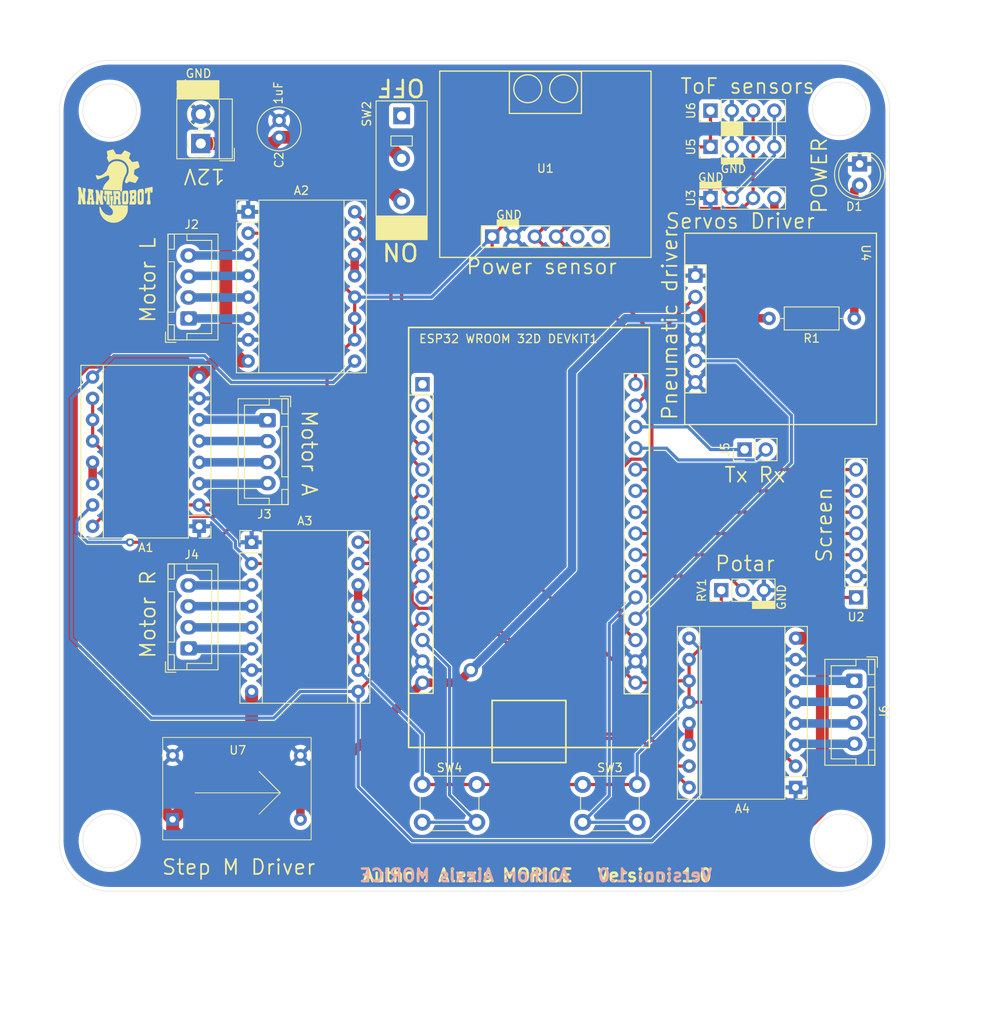
<source format=kicad_pcb>
(kicad_pcb (version 20240108) (generator "pcbnew") (generator_version "8.0")
  (title_block (title "Main robot pcb") (date "2025-02-21") (rev "v1.0") (comment 4 "Author: Alexis MORICE"))
  (layers (0 "F.Cu" signal) (31 "B.Cu" signal) (34 "B.Paste" user) (35 "F.Paste" user) (36 "B.SilkS" user "B.Silkscreen") (37 "F.SilkS" user "F.Silkscreen") (38 "B.Mask" user) (39 "F.Mask" user) (44 "Edge.Cuts" user))
  (net 0 "")
  (net 1 "Net-(A4-DIR)")
  (net 2 "potentiometer")
  (net 3 "Net-(A4-~{RESET})")
  (net 6 "+3V3")
  (net 7 "Net-(A4-1A)")
  (net 8 "Net-(A4-2A)")
  (net 11 "GND")
  (net 12 "VCC")
  (net 13 "enable")
  (net 14 "Net-(A1-DIR)")
  (net 15 "Net-(A1-STEP)")
  (net 16 "Net-(A2-DIR)")
  (net 17 "Net-(A2-STEP)")
  (net 18 "Net-(A3-STEP)")
  (net 19 "Net-(A3-DIR)")
  (net 21 "Net-(A2-1B)")
  (net 22 "Net-(A2-2B)")
  (net 23 "Net-(A2-1A)")
  (net 24 "Net-(A2-2A)")
  (net 25 "Net-(A1-2B)")
  (net 26 "Net-(A1-~{RESET})")
  (net 27 "Net-(A1-1B)")
  (net 28 "Net-(A1-1A)")
  (net 29 "Net-(A1-2A)")
  (net 30 "Net-(A2-~{RESET})")
  (net 31 "Net-(A3-~{RESET})")
  (net 32 "Net-(A3-2A)")
  (net 33 "Net-(A3-1B)")
  (net 34 "Net-(A3-1A)")
  (net 35 "Net-(A3-2B)")
  (net 36 "Net-(ESP32 WROOM 32D DEVKIT1-D18)")
  (net 37 "Net-(ESP32 WROOM 32D DEVKIT1-D19)")
  (net 38 "Net-(ESP32 WROOM 32D DEVKIT1-D5)")
  (net 39 "Net-(ESP32 WROOM 32D DEVKIT1-D21)")
  (net 40 "Net-(ESP32 WROOM 32D DEVKIT1-D23)")
  (net 41 "Net-(ESP32 WROOM 32D DEVKIT1-D22)")
  (net 42 "Net-(ESP32 WROOM 32D DEVKIT1-D17)")
  (net 43 "Net-(J1-Pin_1)")
  (net 44 "+5V")
  (net 46 "Net-(A4-2B)")
  (net 47 "Net-(A4-1B)")
  (net 48 "Net-(A4-STEP)")
  (net 49 "button1")
  (net 50 "Net-(ESP32 WROOM 32D DEVKIT1-D2)")
  (net 51 "Net-(ESP32 WROOM 32D DEVKIT1-D15)")
  (net 52 "button2")
  (net 53 "Net-(D1-A)")
  (net 54 "Net-(ESP32 WROOM 32D DEVKIT1-TX0)")
  (net 55 "Net-(ESP32 WROOM 32D DEVKIT1-RX0)")
  (footprint "ECN:A4988" (layer "F.Cu") (at 106.67 96.52 180)
    (property "Reference" "A1")
    (property "Value" "Pololu_Breakout_A4988")
  )
  (footprint "Connector_JST:JST_XH_B4B-XH-A_1x04_P2.50mm_Vertical" (layer "F.Cu") (at 105.41 71.755 90)
    (property "Reference" "J2")
    (property "Value" "Conn_01x04_Socket")
  )
  (footprint "Connector_JST:JST_XH_B4B-XH-A_1x04_P2.50mm_Vertical" (layer "F.Cu") (at 114.825 83.88 -90)
    (property "Reference" "J3")
    (property "Value" "Conn_01x04_Socket")
  )
  (footprint "Connector_JST:JST_XH_B4B-XH-A_1x04_P2.50mm_Vertical" (layer "F.Cu") (at 105.41 111.065 90)
    (property "Reference" "J4")
    (property "Value" "Conn_01x04_Socket")
  )
  (footprint "Connector_PinHeader_2.54mm:PinHeader_1x03_P2.54mm_Vertical" (layer "F.Cu") (at 168.925 104.14 90)
    (property "Reference" "RV1")
    (property "Value" "R_Potentiometer")
  )
  (footprint "Button_Switch_THT:SW_XKB_DM1-16UP-1" (layer "F.Cu") (at 130.81 47.61 -90)
    (property "Reference" "SW2")
    (property "Value" "SW_SPDT" (hide yes))
  )
  (footprint "Connector_PinHeader_2.54mm:PinHeader_1x04_P2.54mm_Vertical" (layer "F.Cu") (at 167.64 51.308 90)
    (property "Reference" "U5")
    (property "Value" "VL6180X")
  )
  (footprint "ECN:A4988" (layer "F.Cu") (at 112.515 59.055)
    (property "Reference" "A2")
    (property "Value" "Pololu_Breakout_A4988")
  )
  (footprint "Connector_PinHeader_2.54mm:PinHeader_1x04_P2.54mm_Vertical" (layer "F.Cu") (at 167.64 57.404 90)
    (property "Reference" "U3")
    (property "Value" "PCA9685")
  )
  (footprint "ECN:A4988" (layer "F.Cu") (at 177.79 127.635 180)
    (property "Reference" "A4")
    (property "Value" "Pololu_Breakout_A4988")
  )
  (footprint "ECN:INA219 DC current sensor" (layer "F.Cu") (at 147.955 54.38)
    (property "Reference" "U1")
    (property "Value" "INA219")
  )
  (footprint "Connector_PinHeader_2.54mm:PinHeader_1x04_P2.54mm_Vertical" (layer "F.Cu") (at 167.64 46.99 90)
    (property "Reference" "U6")
    (property "Value" "VL6180X")
  )
  (footprint "Button_Switch_THT:SW_PUSH_6mm" (layer "F.Cu") (at 133.275 127.29)
    (property "Reference" "SW4")
    (property "Value" "SW_Push")
  )
  (footprint "ECN:L9110" (layer "F.Cu") (at 165.84 73 -90)
    (property "Reference" "U4")
    (property "Value" "L9110")
  )
  (footprint "ECN:4R7" (layer "F.Cu") (at 111.275322 128.285092)
    (property "Reference" "U7")
    (property "Value" "4R7")
  )
  (footprint "ECN:A4988" (layer "F.Cu") (at 112.93 98.425)
    (property "Reference" "A3")
    (property "Value" "Pololu_Breakout_A4988")
  )
  (footprint "Connector_PinHeader_2.54mm:PinHeader_1x07_P2.54mm_Vertical" (layer "F.Cu") (at 185 104.999 180)
    (property "Reference" "U2")
    (property "Value" "GC9A01")
  )
  (footprint "LED_THT:LED_D5.0mm" (layer "F.Cu") (at 185.42 53.34 -90)
    (property "Reference" "D1")
    (property "Value" "LED")
  )
  (footprint "Connector_JST:JST_XH_B4B-XH-A_1x04_P2.50mm_Vertical" (layer "F.Cu") (at 184.785 114.935 -90)
    (property "Reference" "J6")
    (property "Value" "Conn_01x04_Socket")
  )
  (footprint "TerminalBlock_MetzConnect:TerminalBlock_MetzConnect_Type059_RT06302HBWC_1x02_P3.50mm_Horizontal" (layer "F.Cu") (at 106.865 50.915 90)
    (property "Reference" "J1")
    (property "Value" "Screw_Terminal_01x02")
  )
  (footprint "Resistor_THT:R_Axial_DIN0207_L6.3mm_D2.5mm_P10.16mm_Horizontal" (layer "F.Cu") (at 184.785 71.755 180)
    (property "Reference" "R1")
    (property "Value" "330")
  )
  (footprint "Capacitor_THT:C_Radial_D5.0mm_H11.0mm_P2.00mm" (layer "F.Cu") (at 116.205 48.165 -90)
    (property "Reference" "C2")
    (property "Value" "1uF")
  )
  (footprint "Connector_PinHeader_2.54mm:PinHeader_1x02_P2.54mm_Vertical" (layer "F.Cu") (at 171.704 87.376 90)
    (property "Reference" "J5")
    (property "Value" "Conn_01x02_Socket")
  )
  (footprint "Button_Switch_THT:SW_PUSH_6mm" (layer "F.Cu") (at 152.4 127.29)
    (property "Reference" "SW3")
    (property "Value" "SW_Push")
  )
  (footprint "ECN:ESP32 WROOM 32D" (layer "F.Cu") (at 146 97.379)
    (property "Reference" "ESP32 WROOM 32D DEVKIT1")
    (property "Value" "~")
  )
  (gr_poly (pts (xy 92.262021 56.074809) (xy 92.265392 56.07508) (xy 92.269013 56.075578) (xy 92.272892 56.076263) (xy 92.281461 56.078048) (xy 92.446561 56.114032) (xy 92.565095 56.137315) (xy 92.668811 56.586048) (xy 92.772528 57.034782) (xy 92.783111 56.609332) (xy 92.793695 56.183882) (xy 92.963028 56.217749) (xy 93.132361 56.251615) (xy 93.138711 56.459048) (xy 93.139425 56.492421) (xy 93.139952 56.522036) (xy 93.140255 56.548103) (xy 93.140299 56.570835) (xy 93.140211 56.581015) (xy 93.140045 56.590441) (xy 93.139794 56.599138) (xy 93.139455 56.607133) (xy 93.139024 56.614451) (xy 93.138494 56.62112) (xy 93.137862 56.627166) (xy 93.137124 56.632615) (xy 93.136273 56.637494) (xy 93.135307 56.641828) (xy 93.134219 56.645645) (xy 93.133006 56.64897) (xy 93.132351 56.650456) (xy 93.131663 56.65183) (xy 93.130941 56.653094) (xy 93.130185 56.654251) (xy 93.129394 56.655305) (xy 93.128567 56.65626) (xy 93.127704 56.657118) (xy 93.126805 56.657883) (xy 93.125869 56.658558) (xy 93.124894 56.659146) (xy 93.123882 56.659651) (xy 93.12283 56.660076) (xy 93.121739 56.660424) (xy 93.120608 56.660699) (xy 93.119436 56.660904) (xy 93.118223 56.661041) (xy 93.11567 56.661129) (xy 93.112945 56.66099) (xy 93.110044 56.660648) (xy 93.106961 56.660132) (xy 93.101651 56.659542) (xy 93.09682 56.659383) (xy 93.092455 56.65969) (xy 93.090442 56.660028) (xy 93.08854 56.660496) (xy 93.086746 56.661096) (xy 93.085058 56.661834) (xy 93.083476 56.662715) (xy 93.081995 56.663741) (xy 93.080616 56.664917) (xy 93.079336 56.666249) (xy 93.078152 56.667739) (xy 93.077063 56.669392) (xy 93.076068 56.671213) (xy 93.075163 56.673206) (xy 93.074348 56.675374) (xy 93.07362 56.677723) (xy 93.072417 56.682978) (xy 93.07154 56.689005) (xy 93.070973 56.695838) (xy 93.070701 56.703512) (xy 93.070708 56.712059) (xy 93.070978 56.721516) (xy 93.075211 57.278198) (xy 93.076844 57.418837) (xy 93.077746 57.477968) (xy 93.07875 57.530181) (xy 93.079891 57.575883) (xy 93.081202 57.61548) (xy 93.082717 57.649379) (xy 93.083563 57.664318) (xy 93.084472 57.677984) (xy 93.085449 57.690429) (xy 93.086499 57.701703) (xy 93.087626 57.711857) (xy 93.088833 57.720942) (xy 93.090126 57.729008) (xy 93.091509 57.736106) (xy 93.092985 57.742287) (xy 93.094559 57.747603) (xy 93.096236 57.752102) (xy 93.098019 57.755837) (xy 93.099913 57.758858) (xy 93.101922 57.761216) (xy 93.10405 57.762962) (xy 93.106302 57.764146) (xy 93.108682 57.764819) (xy 93.111195 57.765032) (xy 93.115737 57.765476) (xy 93.119851 57.766901) (xy 93.123557 57.769441) (xy 93.126871 57.773234) (xy 93.129814 57.778416) (xy 93.132403 57.785124) (xy 93.134657 57.793493) (xy 93.136595 57.803661) (xy 93.138235 57.815764) (xy 93.139596 57.829938) (xy 93.141556 57.865044) (xy 93.142622 57.910073) (xy 93.142945 57.966115) (xy 93.142945 58.167198) (xy 92.791578 58.167198) (xy 92.702678 57.790432) (xy 92.66557 57.641935) (xy 92.632828 57.513678) (xy 92.608023 57.419552) (xy 92.599714 57.389629) (xy 92.594728 57.373449) (xy 92.592843 57.371308) (xy 92.591156 57.373486) (xy 92.589668 57.379788) (xy 92.588378 57.390018) (xy 92.586394 57.421483) (xy 92.585203 57.466317) (xy 92.585203 57.589845) (xy 92.588378 57.748099) (xy 92.598961 58.167198) (xy 92.232778 58.167198) (xy 92.232778 57.944949) (xy 92.232856 57.912106) (xy 92.2331 57.882528) (xy 92.233531 57.856056) (xy 92.234167 57.832534) (xy 92.234567 57.821829) (xy 92.235026 57.811802) (xy 92.235545 57.802433) (xy 92.236127 57.793702) (xy 92.236773 57.78559) (xy 92.237488 57.778077) (xy 92.238272 57.771142) (xy 92.239128 57.764767) (xy 92.240059 57.758932) (xy 92.241066 57.753616) (xy 92.242152 57.7488) (xy 92.24332 57.744465) (xy 92.244571 57.740589) (xy 92.245909 57.737155) (xy 92.247335 57.734141) (xy 92.248851 57.731529) (xy 92.250461 57.729298) (xy 92.251301 57.728319) (xy 92.252166 57.727428) (xy 92.253055 57.726623) (xy 92.253969 57.725901) (xy 92.254907 57.725259) (xy 92.255871 57.724695) (xy 92.256861 57.724207) (xy 92.257876 57.723792) (xy 92.259986 57.723171) (xy 92.262202 57.722813) (xy 92.264528 57.722698) (xy 92.269419 57.721668) (xy 92.273792 57.718221) (xy 92.277676 57.711829) (xy 92.281097 57.701962) (xy 92.286666 57.669679) (xy 92.290722 57.61713) (xy 92.293487 57.540074) (xy 92.295187 57.43427) (xy 92.296278 57.119449) (xy 92.296042 56.943422) (xy 92.295706 56.869636) (xy 92.295187 56.804628) (xy 92.294456 56.747867) (xy 92.293487 56.698823) (xy 92.292252 56.656967) (xy 92.290722 56.621767) (xy 92.289837 56.606498) (xy 92.288869 56.592695) (xy 92.287813 56.58029) (xy 92.286666 56.569219) (xy 92.285425 56.559414) (xy 92.284085 56.550809) (xy 92.282644 56.543338) (xy 92.281097 56.536935) (xy 92.279443 56.531534) (xy 92.277676 56.527068) (xy 92.275794 56.52347) (xy 92.273792 56.520676) (xy 92.271669 56.518618) (xy 92.269419 56.51723) (xy 92.26704 56.516445) (xy 92.264528 56.516199) (xy 92.259986 56.515725) (xy 92.255871 56.514198) (xy 92.252166 56.511455) (xy 92.248851 56.507335) (xy 92.245909 56.501678) (xy 92.24332 56.494321) (xy 92.241066 56.485104) (xy 92.239128 56.473865) (xy 92.237488 56.460444) (xy 92.236127 56.444679) (xy 92.234167 56.405471) (xy 92.2331 56.354952) (xy 92.232778 56.291832) (xy 92.232873 56.218402) (xy 92.233099 56.188666) (xy 92.233539 56.163178) (xy 92.233861 56.151932) (xy 92.234264 56.141634) (xy 92.234755 56.132246) (xy 92.235345 56.12373) (xy 92.236042 56.116049) (xy 92.236855 56.109163) (xy 92.237792 56.103035) (xy 92.238863 56.097628) (xy 92.240077 56.092902) (xy 92.241443 56.088821) (xy 92.242968 56.085346) (xy 92.243794 56.083824) (xy 92.244664 56.082439) (xy 92.245577 56.081187) (xy 92.246537 56.080062) (xy 92.247543 56.079061) (xy 92.248598 56.078178) (xy 92.249701 56.077408) (xy 92.250855 56.076747) (xy 92.252059 56.076191) (xy 92.253316 56.075733) (xy 92.254627 56.07537) (xy 92.255992 56.075097) (xy 92.258891 56.074802)) (stroke (width -0.000001)) (fill solid) (layer "F.SilkS"))
  (gr_rect (start 172.638 105.47) (end 175.335 106.325) (stroke (width 0.1)) (fill solid) (layer "F.SilkS"))
  (gr_poly (pts (xy 97.204828 56.641082) (xy 97.270444 56.723632) (xy 97.270444 57.005148) (xy 97.269427 57.078619) (xy 97.267865 57.140879) (xy 97.266832 57.168084) (xy 97.265608 57.19282) (xy 97.264172 57.215201) (xy 97.262507 57.235336) (xy 97.260594 57.253338) (xy 97.258414 57.269318) (xy 97.255949 57.283389) (xy 97.253181 57.295661) (xy 97.250089 57.306246) (xy 97.246657 57.315257) (xy 97.244807 57.319206) (xy 97.242865 57.322803) (xy 97.240828 57.326063) (xy 97.238695 57.328998) (xy 97.23423 57.335088) (xy 97.230361 57.34071) (xy 97.227086 57.345942) (xy 97.224407 57.35086) (xy 97.223291 57.353226) (xy 97.222324 57.355542) (xy 97.221505 57.357819) (xy 97.220836 57.360067) (xy 97.220315 57.362294) (xy 97.219943 57.36451) (xy 97.219719 57.366726) (xy 97.219645 57.368951) (xy 97.219719 57.371194) (xy 97.219943 57.373466) (xy 97.220315 57.375775) (xy 97.220836 57.378133) (xy 97.221505 57.380547) (xy 97.222324 57.383029) (xy 97.223291 57.385587) (xy 97.224407 57.388232) (xy 97.227086 57.39382) (xy 97.230361 57.39987) (xy 97.23423 57.406459) (xy 97.238695 57.413665) (xy 97.242888 57.419723) (xy 97.246744 57.426808) (xy 97.250271 57.434952) (xy 97.253478 57.444192) (xy 97.256376 57.454559) (xy 97.258973 57.46609) (xy 97.261278 57.478817) (xy 97.263301 57.492776) (xy 97.266538 57.524522) (xy 97.268758 57.561601) (xy 97.270035 57.604285) (xy 97.270444 57.652849) (xy 97.270522 57.681569) (xy 97.270767 57.707493) (xy 97.271198 57.730751) (xy 97.271489 57.74142) (xy 97.271834 57.751472) (xy 97.272234 57.760922) (xy 97.272692 57.769787) (xy 97.273211 57.778083) (xy 97.273793 57.785826) (xy 97.27444 57.793033) (xy 97.275154 57.79972) (xy 97.275938 57.805903) (xy 97.276795 57.811599) (xy 97.277725 57.816823) (xy 97.278733 57.821592) (xy 97.279819 57.825922) (xy 97.280987 57.82983) (xy 97.282238 57.833332) (xy 97.283576 57.836444) (xy 97.285002 57.839182) (xy 97.286518 57.841563) (xy 97.288128 57.843602) (xy 97.288968 57.8445) (xy 97.289833 57.845317) (xy 97.290722 57.846058) (xy 97.291635 57.846724) (xy 97.292574 57.847317) (xy 97.293538 57.847838) (xy 97.295543 57.848677) (xy 97.297652 57.849255) (xy 97.299869 57.84959) (xy 97.302194 57.849699) (xy 97.306737 57.850112) (xy 97.310851 57.851418) (xy 97.314557 57.853717) (xy 97.317871 57.857107) (xy 97.320814 57.861687) (xy 97.323403 57.867558) (xy 97.325657 57.874817) (xy 97.327595 57.883565) (xy 97.329235 57.8939) (xy 97.330596 57.905922) (xy 97.331697 57.91973) (xy 97.332555 57.935423) (xy 97.333622 57.972862) (xy 97.333944 58.019032) (xy 97.333944 58.188365) (xy 96.995278 58.188365) (xy 96.995278 57.896265) (xy 96.994881 57.826192) (xy 96.994385 57.794532) (xy 96.993691 57.765098) (xy 96.992798 57.737872) (xy 96.991706 57.712835) (xy 96.990416 57.689968) (xy 96.988928 57.669253) (xy 96.987241 57.650671) (xy 96.985356 57.634204) (xy 96.983273 57.619833) (xy 96.980991 57.607539) (xy 96.97851 57.597304) (xy 96.975831 57.589109) (xy 96.974417 57.585771) (xy 96.972954 57.582936) (xy 96.971441 57.580602) (xy 96.969878 57.578766) (xy 96.966736 57.576039) (xy 96.9629 57.57342) (xy 96.958418 57.570919) (xy 96.953342 57.568546) (xy 96.947719 57.566309) (xy 96.941601 57.564217) (xy 96.935036 57.562281) (xy 96.928074 57.560509) (xy 96.920765 57.558911) (xy 96.913158 57.557495) (xy 96.905303 57.556272) (xy 96.89725 57.55525) (xy 96.889048 57.55444) (xy 96.880747 57.553849) (xy 96.872396 57.553488) (xy 96.864045 57.553365) (xy 96.783611 57.553365) (xy 96.783611 58.188365) (xy 96.423778 58.188365) (xy 96.423778 58.019032) (xy 96.423856 57.994806) (xy 96.424101 57.972862) (xy 96.424532 57.953101) (xy 96.424823 57.944008) (xy 96.425167 57.935423) (xy 96.425568 57.927335) (xy 96.426026 57.91973) (xy 96.426545 57.912597) (xy 96.427127 57.905922) (xy 96.427774 57.899694) (xy 96.428488 57.8939) (xy 96.429272 57.888528) (xy 96.430128 57.883565) (xy 96.431059 57.878999) (xy 96.432066 57.874817) (xy 96.433153 57.871008) (xy 96.43432 57.867558) (xy 96.435572 57.864455) (xy 96.436909 57.861687) (xy 96.438335 57.859242) (xy 96.439852 57.857107) (xy 96.441461 57.855269) (xy 96.442302 57.854458) (xy 96.443166 57.853717) (xy 96.444055 57.853044) (xy 96.444969 57.852437) (xy 96.445907 57.851896) (xy 96.446871 57.851418) (xy 96.448876 57.850647) (xy 96.450986 57.850112) (xy 96.453202 57.8498) (xy 96.455528 57.849699) (xy 96.460419 57.848838) (xy 96.464793 57.84599) (xy 96.468676 57.840755) (xy 96.472098 57.832732) (xy 96.475085 57.821522) (xy 96.477666 57.806724) (xy 96.481722 57.764767) (xy 96.484488 57.703661) (xy 96.486187 57.620206) (xy 96.487278 57.373449) (xy 96.487224 57.300779) (xy 96.487042 57.235696) (xy 96.486797 57.193532) (xy 96.783611 57.193532) (xy 96.864045 57.193532) (xy 96.872396 57.193409) (xy 96.880747 57.193048) (xy 96.889048 57.192458) (xy 96.89725 57.191647) (xy 96.905303 57.190625) (xy 96.913158 57.189402) (xy 96.920765 57.187987) (xy 96.928074 57.186388) (xy 96.935036 57.184616) (xy 96.941601 57.18268) (xy 96.947719 57.180588) (xy 96.953342 57.178351) (xy 96.958418 57.175978) (xy 96.9629 57.173477) (xy 96.966736 57.170859) (xy 96.968397 57.169508) (xy 96.969878 57.168131) (xy 96.97332 57.164207) (xy 96.976504 57.159609) (xy 96.979431 57.154381) (xy 96.982103 57.148569) (xy 96.984522 57.142217) (xy 96.986691 57.135371) (xy 96.990284 57.120374) (xy 96.992898 57.103939) (xy 96.994547 57.086425) (xy 96.995247 57.068192) (xy 96.995014 57.049598) (xy 96.993863 57.031005) (xy 96.99181 57.012772) (xy 96.98887 56.995257) (xy 96.985059 56.978822) (xy 96.980392 56.963826) (xy 96.974885 56.950628) (xy 96.971821 56.944815) (xy 96.968553 56.939587) (xy 96.965082 56.934989) (xy 96.961411 56.931065) (xy 96.957874 56.927545) (xy 96.953652 56.92414) (xy 96.948803 56.920866) (xy 96.943387 56.917737) (xy 96.937462 56.914769) (xy 96.931088 56.911978) (xy 96.924323 56.909379) (xy 96.917226 56.906988) (xy 96.909857 56.90482) (xy 96.902273 56.902891) (xy 96.894534 56.901216) (xy 96.8867 56.899811) (xy 96.878828 56.898692) (xy 96.870978 56.897872) (xy 96.863208 56.89737) (xy 96.855578 56.897199) (xy 96.783611 56.897199) (xy 96.783611 57.193532) (xy 96.486797 57.193532) (xy 96.486706 57.1778) (xy 96.486187 57.126692) (xy 96.485457 57.08197) (xy 96.484488 57.043236) (xy 96.483252 57.010089) (xy 96.482526 56.995486) (xy 96.481722 56.98213) (xy 96.480838 56.96997) (xy 96.479869 56.958958) (xy 96.478813 56.949042) (xy 96.477666 56.940173) (xy 96.476425 56.932301) (xy 96.475085 56.925375) (xy 96.473644 56.919347) (xy 96.472098 56.914165) (xy 96.470443 56.90978) (xy 96.468676 56.906142) (xy 96.466794 56.903201) (xy 96.464793 56.900907) (xy 96.462669 56.899209) (xy 96.460419 56.898059) (xy 96.45804 56.897405) (xy 96.455528 56.897199) (xy 96.450986 56.896785) (xy 96.446871 56.895479) (xy 96.443166 56.89318) (xy 96.439852 56.88979) (xy 96.436909 56.88521) (xy 96.43432 56.879339) (xy 96.432066 56.87208) (xy 96.430128 56.863332) (xy 96.428488 56.852997) (xy 96.427127 56.840975) (xy 96.426026 56.827167) (xy 96.425167 56.811474) (xy 96.424101 56.774035) (xy 96.423778 56.727865) (xy 96.423778 56.558532) (xy 97.139212 56.558532)) (stroke (width -0.000001)) (fill solid) (layer "F.SilkS"))
  (gr_poly (pts (xy 99.061882 56.412994) (xy 99.063278 56.414499) (xy 99.067891 56.420287) (xy 99.074688 56.429448) (xy 99.08337 56.441586) (xy 99.105198 56.473204) (xy 99.130995 56.511965) (xy 99.152653 56.546233) (xy 99.161416 56.561316) (xy 99.168929 56.575763) (xy 99.175289 56.590123) (xy 99.180592 56.604945) (xy 99.184933 56.620779) (xy 99.188409 56.638171) (xy 99.191117 56.657672) (xy 99.193151 56.679831) (xy 99.194609 56.705195) (xy 99.195586 56.734314) (xy 99.196483 56.806012) (xy 99.196611 56.899315) (xy 99.196285 56.977669) (xy 99.195844 57.01162) (xy 99.195189 57.042355) (xy 99.194299 57.070077) (xy 99.193151 57.094987) (xy 99.191724 57.117286) (xy 99.189997 57.137176) (xy 99.187947 57.154858) (xy 99.185553 57.170534) (xy 99.182792 57.184405) (xy 99.179645 57.196674) (xy 99.176088 57.207541) (xy 99.1721 57.217208) (xy 99.167659 57.225877) (xy 99.162744 57.233749) (xy 99.157882 57.240703) (xy 99.153608 57.247313) (xy 99.149917 57.253631) (xy 99.146803 57.259711) (xy 99.14426 57.265605) (xy 99.1432 57.268498) (xy 99.142281 57.271365) (xy 99.141501 57.274212) (xy 99.14086 57.277045) (xy 99.140356 57.279871) (xy 99.13999 57.282697) (xy 99.139761 57.285528) (xy 99.139667 57.288373) (xy 99.139708 57.291237) (xy 99.139883 57.294127) (xy 99.140191 57.29705) (xy 99.140632 57.300012) (xy 99.141908 57.306079) (xy 99.143706 57.312382) (xy 99.146018 57.318973) (xy 99.148838 57.325905) (xy 99.152161 57.333231) (xy 99.154515 57.340505) (xy 99.156808 57.350342) (xy 99.161157 57.377251) (xy 99.165109 57.413041) (xy 99.168565 57.456792) (xy 99.171426 57.507588) (xy 99.173592 57.564511) (xy 99.174965 57.626642) (xy 99.175444 57.693065) (xy 99.175444 57.999981) (xy 99.111944 58.095232) (xy 99.046328 58.188365) (xy 98.345712 58.188365) (xy 98.358411 58.122749) (xy 98.36078 58.107204) (xy 98.363075 58.088088) (xy 98.36522 58.066194) (xy 98.367143 58.042315) (xy 98.368767 58.017246) (xy 98.37002 57.99178) (xy 98.370826 57.96671) (xy 98.371111 57.942832) (xy 98.371212 57.927247) (xy 98.37152 57.913004) (xy 98.371755 57.906372) (xy 98.372046 57.900058) (xy 98.372393 57.894056) (xy 98.372798 57.888361) (xy 98.373262 57.882966) (xy 98.373785 57.877867) (xy 98.37437 57.873056) (xy 98.375018 57.868529) (xy 98.375729 57.86428) (xy 98.376505 57.860302) (xy 98.377346 57.85659) (xy 98.378255 57.853138) (xy 98.379232 57.84994) (xy 98.380278 57.846991) (xy 98.381395 57.844285) (xy 98.382583 57.841815) (xy 98.383845 57.839576) (xy 98.38518 57.837562) (xy 98.386591 57.835768) (xy 98.388078 57.834187) (xy 98.389642 57.832814) (xy 98.391285 57.831643) (xy 98.393008 57.830668) (xy 98.394812 57.829884) (xy 98.396698 57.829284) (xy 98.398668 57.828862) (xy 98.400722 57.828614) (xy 98.402861 57.828532) (xy 98.407752 57.827669) (xy 98.412126 57.824803) (xy 98.416009 57.819519) (xy 98.419431 57.8114) (xy 98.422418 57.800032) (xy 98.425 57.785) (xy 98.429055 57.742278) (xy 98.431821 57.679911) (xy 98.432191 57.661315) (xy 98.709778 57.661315) (xy 98.709778 57.807365) (xy 98.779628 57.807365) (xy 98.786814 57.807243) (xy 98.794052 57.806882) (xy 98.801296 57.806291) (xy 98.808501 57.80548) (xy 98.815618 57.804459) (xy 98.822602 57.803235) (xy 98.829406 57.80182) (xy 98.835984 57.800222) (xy 98.84229 57.79845) (xy 98.848275 57.796513) (xy 98.853895 57.794422) (xy 98.859103 57.792185) (xy 98.863851 57.789811) (xy 98.868094 57.787311) (xy 98.871786 57.784692) (xy 98.87341 57.783342) (xy 98.874879 57.781965) (xy 98.877954 57.778317) (xy 98.880832 57.773761) (xy 98.883511 57.768359) (xy 98.885991 57.762171) (xy 98.890357 57.747679) (xy 98.893928 57.730768) (xy 98.896707 57.711923) (xy 98.898691 57.691627) (xy 98.899881 57.670363) (xy 98.900278 57.648615) (xy 98.899881 57.626868) (xy 98.898691 57.605604) (xy 98.896707 57.585308) (xy 98.893928 57.566462) (xy 98.890357 57.549552) (xy 98.885991 57.53506) (xy 98.883511 57.528872) (xy 98.880832 57.52347) (xy 98.877954 57.518914) (xy 98.874879 57.515266) (xy 98.870292 57.510775) (xy 98.865969 57.506824) (xy 98.861777 57.503406) (xy 98.857581 57.500515) (xy 98.853249 57.498145) (xy 98.848647 57.49629) (xy 98.843642 57.494943) (xy 98.838101 57.494099) (xy 98.83189 57.49375) (xy 98.824876 57.493892) (xy 98.816926 57.494517) (xy 98.807906 57.49562) (xy 98.797683 57.497194) (xy 98.786123 57.499233) (xy 98.758462 57.504682) (xy 98.75059 57.506348) (xy 98.743608 57.508287) (xy 98.737463 57.510672) (xy 98.732102 57.513678) (xy 98.727474 57.517477) (xy 98.723524 57.522244) (xy 98.720201 57.528151) (xy 98.717451 57.535373) (xy 98.715222 57.544084) (xy 98.713461 57.554457) (xy 98.712116 57.566665) (xy 98.711134 57.580882) (xy 98.710462 57.597282) (xy 98.710047 57.616038) (xy 98.709778 57.661315) (xy 98.432191 57.661315) (xy 98.43352 57.594574) (xy 98.434611 57.341699) (xy 98.434557 57.267166) (xy 98.434376 57.200453) (xy 98.434039 57.141144) (xy 98.43352 57.088823) (xy 98.43279 57.043076) (xy 98.431821 57.003487) (xy 98.431186 56.986099) (xy 98.709778 56.986099) (xy 98.709778 57.130032) (xy 98.779628 57.130032) (xy 98.786814 57.129909) (xy 98.794052 57.129548) (xy 98.801296 57.128957) (xy 98.808501 57.128147) (xy 98.815618 57.127125) (xy 98.822602 57.125902) (xy 98.829406 57.124487) (xy 98.835984 57.122888) (xy 98.84229 57.121116) (xy 98.848275 57.11918) (xy 98.853895 57.117089) (xy 98.859103 57.114852) (xy 98.863851 57.112478) (xy 98.868094 57.109977) (xy 98.871786 57.107359) (xy 98.87341 57.106008) (xy 98.874879 57.104632) (xy 98.87721 57.101819) (xy 98.87944 57.098174) (xy 98.883585 57.088587) (xy 98.887296 57.076266) (xy 98.890555 57.061604) (xy 98.893342 57.044994) (xy 98.89564 57.026832) (xy 98.897429 57.007509) (xy 98.898691 56.987421) (xy 98.899407 56.966961) (xy 98.899559 56.946522) (xy 98.899128 56.926499) (xy 98.898095 56.907285) (xy 98.896443 56.889275) (xy 98.894151 56.872861) (xy 98.891203 56.858437) (xy 98.887578 56.846398) (xy 98.886071 56.84328) (xy 98.883957 56.840278) (xy 98.881273 56.837397) (xy 98.878057 56.834641) (xy 98.874347 56.832016) (xy 98.870179 56.829525) (xy 98.860624 56.824967) (xy 98.849692 56.821005) (xy 98.837684 56.817675) (xy 98.8249 56.815014) (xy 98.811643 56.813061) (xy 98.798211 56.811852) (xy 98.784907 56.811424) (xy 98.772031 56.811815) (xy 98.759883 56.813061) (xy 98.748765 56.815201) (xy 98.743686 56.816617) (xy 98.738977 56.81827) (xy 98.734676 56.820165) (xy 98.73082 56.822307) (xy 98.727447 56.8247) (xy 98.724595 56.827349) (xy 98.723033 56.829294) (xy 98.721527 56.832694) (xy 98.720083 56.837464) (xy 98.718708 56.843521) (xy 98.716186 56.859161) (xy 98.714011 56.878942) (xy 98.712234 56.902197) (xy 98.710902 56.928254) (xy 98.710067 56.956445) (xy 98.709778 56.986099) (xy 98.431186 56.986099) (xy 98.430585 56.96964) (xy 98.429859 56.95474) (xy 98.429055 56.94112) (xy 98.428171 56.928727) (xy 98.427202 56.917511) (xy 98.426147 56.907418) (xy 98.425 56.898398) (xy 98.423758 56.890397) (xy 98.422418 56.883365) (xy 98.420977 56.877249) (xy 98.419431 56.871997) (xy 98.417776 56.867558) (xy 98.416009 56.863879) (xy 98.414127 56.860908) (xy 98.412126 56.858594) (xy 98.410002 56.856885) (xy 98.407752 56.855728) (xy 98.405373 56.855073) (xy 98.402861 56.854865) (xy 98.398319 56.854449) (xy 98.394204 56.853125) (xy 98.390499 56.850777) (xy 98.387185 56.847292) (xy 98.384242 56.842553) (xy 98.381653 56.836448) (xy 98.379399 56.82886) (xy 98.377461 56.819676) (xy 98.375821 56.80878) (xy 98.37446 56.796057) (xy 98.373359 56.781394) (xy 98.3725 56.764675) (xy 98.371434 56.724612) (xy 98.371111 56.674949) (xy 98.371111 56.497148) (xy 98.440962 56.486565) (xy 98.488586 56.479686) (xy 98.569549 56.469632) (xy 98.671943 56.45799) (xy 98.783861 56.446349) (xy 98.891481 56.434211) (xy 98.979653 56.423859) (xy 99.03925 56.416285) (xy 99.055481 56.41385) (xy 99.059705 56.413025) (xy 99.061145 56.412481)) (stroke (width -0.000001)) (fill solid) (layer "F.SilkS"))
  (gr_poly (pts (xy 95.270903 57.025972) (xy 95.271286 57.026415) (xy 95.271672 57.027388) (xy 95.272061 57.028898) (xy 95.272845 57.033554) (xy 95.273635 57.040437) (xy 95.274428 57.049599) (xy 95.282895 57.151199) (xy 95.598278 57.151199) (xy 95.598278 57.447532) (xy 95.598201 57.490974) (xy 95.59796 57.530152) (xy 95.597539 57.565269) (xy 95.596922 57.596526) (xy 95.596095 57.624123) (xy 95.595041 57.648264) (xy 95.594425 57.659101) (xy 95.593746 57.669149) (xy 95.593002 57.678434) (xy 95.592193 57.68698) (xy 95.591315 57.694813) (xy 95.590367 57.701958) (xy 95.589347 57.708441) (xy 95.588253 57.714286) (xy 95.587083 57.719518) (xy 95.585835 57.724164) (xy 95.584507 57.728247) (xy 95.583098 57.731794) (xy 95.581604 57.734829) (xy 95.580025 57.737377) (xy 95.578359 57.739465) (xy 95.576603 57.741116) (xy 95.574755 57.742357) (xy 95.572815 57.743212) (xy 95.570778 57.743706) (xy 95.568645 57.743865) (xy 95.566685 57.743946) (xy 95.564775 57.744187) (xy 95.562915 57.744587) (xy 95.561104 57.745147) (xy 95.559343 57.745865) (xy 95.557632 57.74674) (xy 95.55597 57.747771) (xy 95.554357 57.748959) (xy 95.551282 57.751798) (xy 95.548404 57.755251) (xy 95.545725 57.759311) (xy 95.543245 57.763974) (xy 95.540963 57.769231) (xy 95.538879 57.775078) (xy 95.536994 57.781507) (xy 95.535307 57.788514) (xy 95.533819 57.796091) (xy 95.532529 57.804232) (xy 95.531438 57.812931) (xy 95.530545 57.822182) (xy 95.524195 57.902615) (xy 95.460695 57.798898) (xy 95.446895 57.773779) (xy 95.43126 57.7436) (xy 95.414335 57.709453) (xy 95.396666 57.672428) (xy 95.378798 57.633617) (xy 95.361278 57.594111) (xy 95.34465 57.555002) (xy 95.329461 57.517382) (xy 95.308237 57.463093) (xy 95.299463 57.439303) (xy 95.291824 57.417237) (xy 95.285252 57.396511) (xy 95.279678 57.376739) (xy 95.275035 57.357538) (xy 95.271253 57.338523) (xy 95.268265 57.31931) (xy 95.266003 57.299514) (xy 95.264398 57.27875) (xy 95.263382 57.256635) (xy 95.262887 57.232783) (xy 95.262844 57.20681) (xy 95.263845 57.146965) (xy 95.264734 57.109531) (xy 95.265796 57.078471) (xy 95.266385 57.065464) (xy 95.267007 57.054208) (xy 95.267661 57.044757) (xy 95.268343 57.037163) (xy 95.269049 57.031479) (xy 95.269777 57.027758) (xy 95.270148 57.02665) (xy 95.270524 57.026052) (xy 95.270713 57.025947)) (stroke (width -0.000001)) (fill solid) (layer "F.SilkS"))
  (gr_poly (pts (xy 94.474328 56.442115) (xy 94.50705 56.445468) (xy 94.53806 56.449094) (xy 94.566639 56.452868) (xy 94.592068 56.456667) (xy 94.613627 56.460367) (xy 94.622731 56.462141) (xy 94.630598 56.463844) (xy 94.637137 56.46546) (xy 94.64226 56.466974) (xy 94.645876 56.468369) (xy 94.647091 56.469018) (xy 94.647895 56.469632) (xy 94.653071 56.48) (xy 94.661918 56.503763) (xy 94.68864 56.585519) (xy 94.724095 56.702994) (xy 94.764311 56.844282) (xy 94.868028 57.204115) (xy 94.874378 56.842165) (xy 94.878611 56.480215) (xy 94.990795 56.488682) (xy 95.038552 56.492551) (xy 95.08869 56.497413) (xy 95.13486 56.502671) (xy 95.154472 56.505263) (xy 95.170711 56.507731) (xy 95.238445 56.518315) (xy 95.238445 56.696115) (xy 95.238391 56.722852) (xy 95.238209 56.746795) (xy 95.237873 56.768078) (xy 95.237638 56.777764) (xy 95.237353 56.786834) (xy 95.237016 56.795306) (xy 95.236623 56.803196) (xy 95.23617 56.810522) (xy 95.235654 56.817298) (xy 95.235072 56.823543) (xy 95.234419 56.829273) (xy 95.233692 56.834505) (xy 95.232888 56.839255) (xy 95.232004 56.843539) (xy 95.231036 56.847375) (xy 95.22998 56.85078) (xy 95.228833 56.853769) (xy 95.228224 56.855114) (xy 95.227591 56.85636) (xy 95.226934 56.857512) (xy 95.226252 56.85857) (xy 95.225544 56.859536) (xy 95.22481 56.860414) (xy 95.224051 56.861204) (xy 95.223264 56.86191) (xy 95.222451 56.862532) (xy 95.22161 56.863073) (xy 95.22074 56.863536) (xy 95.219843 56.863922) (xy 95.218916 56.864234) (xy 95.217961 56.864473) (xy 95.216975 56.864641) (xy 95.215959 56.864741) (xy 95.214913 56.864775) (xy 95.213836 56.864745) (xy 95.211586 56.8645) (xy 95.209207 56.864024) (xy 95.206695 56.863332) (xy 95.201804 56.862262) (xy 95.19743 56.863307) (xy 95.193547 56.866894) (xy 95.190125 56.873452) (xy 95.187138 56.883408) (xy 95.184557 56.89719) (xy 95.180501 56.937944) (xy 95.177735 56.999137) (xy 95.176036 57.084193) (xy 95.174945 57.339582) (xy 95.174999 57.414487) (xy 95.17518 57.481527) (xy 95.175517 57.541118) (xy 95.176036 57.593681) (xy 95.176766 57.639633) (xy 95.177735 57.679394) (xy 95.178971 57.713381) (xy 95.179697 57.72834) (xy 95.180501 57.742013) (xy 95.181385 57.754452) (xy 95.182354 57.765709) (xy 95.18341 57.775837) (xy 95.184557 57.784888) (xy 95.185798 57.792914) (xy 95.187138 57.799968) (xy 95.188579 57.806101) (xy 95.190125 57.811367) (xy 95.19178 57.815817) (xy 95.193547 57.819505) (xy 95.195429 57.822481) (xy 95.19743 57.824799) (xy 95.199554 57.826511) (xy 95.201804 57.827669) (xy 95.204183 57.828325) (xy 95.206695 57.828532) (xy 95.211237 57.828948) (xy 95.215352 57.830272) (xy 95.219057 57.83262) (xy 95.222371 57.836106) (xy 95.225314 57.840844) (xy 95.227903 57.846949) (xy 95.230157 57.854537) (xy 95.232095 57.863721) (xy 95.233735 57.874617) (xy 95.235096 57.88734) (xy 95.236197 57.902003) (xy 95.237056 57.918722) (xy 95.238122 57.958785) (xy 95.238445 58.008449) (xy 95.238445 58.188365) (xy 94.889194 58.188365) (xy 94.796062 57.860282) (xy 94.757366 57.730901) (xy 94.739432 57.67261) (xy 94.723036 57.620569) (xy 94.708625 57.576268) (xy 94.696644 57.541194) (xy 94.687541 57.516836) (xy 94.684208 57.509141) (xy 94.681761 57.504682) (xy 94.680986 57.503749) (xy 94.680249 57.503716) (xy 94.678888 57.506278) (xy 94.676635 57.521417) (xy 94.675027 57.548958) (xy 94.674088 57.587761) (xy 94.673845 57.636684) (xy 94.67432 57.694587) (xy 94.677528 57.832765) (xy 94.692345 58.188365) (xy 94.328278 58.188365) (xy 94.328278 57.997865) (xy 94.328356 57.970262) (xy 94.328601 57.945317) (xy 94.329031 57.922907) (xy 94.329323 57.912616) (xy 94.329667 57.902913) (xy 94.330067 57.893784) (xy 94.330526 57.885213) (xy 94.331045 57.877186) (xy 94.331627 57.869687) (xy 94.332274 57.862701) (xy 94.332988 57.856214) (xy 94.333772 57.850209) (xy 94.334628 57.844672) (xy 94.335559 57.839587) (xy 94.336566 57.834941) (xy 94.337652 57.830716) (xy 94.33882 57.826899) (xy 94.340071 57.823474) (xy 94.341409 57.820427) (xy 94.342835 57.817741) (xy 94.344351 57.815402) (xy 94.345961 57.813395) (xy 94.347666 57.811705) (xy 94.348555 57.810974) (xy 94.349468 57.810316) (xy 94.350407 57.80973) (xy 94.351371 57.809213) (xy 94.353376 57.808382) (xy 94.355486 57.807807) (xy 94.357702 57.807473) (xy 94.360028 57.807365) (xy 94.364919 57.806477) (xy 94.369292 57.803529) (xy 94.373176 57.798101) (xy 94.376597 57.789771) (xy 94.379585 57.778117) (xy 94.382166 57.762717) (xy 94.386222 57.718995) (xy 94.388987 57.65523) (xy 94.390687 57.56805) (xy 94.391778 57.309949) (xy 94.39146 57.174209) (xy 94.391038 57.115998) (xy 94.390422 57.06382) (xy 94.389595 57.017372) (xy 94.388541 56.97635) (xy 94.387245 56.940451) (xy 94.385692 56.909369) (xy 94.383867 56.882803) (xy 94.381753 56.860446) (xy 94.379335 56.841997) (xy 94.378007 56.834142) (xy 94.376597 56.82715) (xy 94.375104 56.820983) (xy 94.373525 56.815602) (xy 94.371859 56.810971) (xy 94.370103 56.80705) (xy 94.368255 56.803802) (xy 94.366315 56.801189) (xy 94.364278 56.799172) (xy 94.362145 56.797715) (xy 94.358647 56.79511) (xy 94.355299 56.791258) (xy 94.352099 56.786153) (xy 94.349048 56.779789) (xy 94.346146 56.772161) (xy 94.343392 56.763261) (xy 94.340788 56.753084) (xy 94.338332 56.741623) (xy 94.333867 56.714826) (xy 94.329998 56.68282) (xy 94.326724 56.645555) (xy 94.324045 56.602981) (xy 94.313461 56.427298)) (stroke (width -0.000001)) (fill solid) (layer "F.SilkS"))
  (gr_rect (start 168.937767 52.61711) (end 171.507793 53.34911) (stroke (width 0.1)) (fill solid) (layer "F.SilkS"))
  (gr_poly (pts (xy 96.912102 53.00545) (xy 96.966583 53.009349) (xy 97.021331 53.015189) (xy 97.075976 53.022905) (xy 97.13015 53.032431) (xy 97.183484 53.043703) (xy 97.235608 53.056656) (xy 97.286154 53.071224) (xy 97.334753 53.087343) (xy 97.381036 53.104946) (xy 97.424634 53.12397) (xy 97.465178 53.144348) (xy 97.528779 53.18174) (xy 97.589317 53.22312) (xy 97.646655 53.268257) (xy 97.700657 53.316923) (xy 97.751187 53.368888) (xy 97.798107 53.423922) (xy 97.841281 53.481797) (xy 97.880574 53.542282) (xy 97.915848 53.605148) (xy 97.946968 53.670167) (xy 97.973796 53.737107) (xy 97.996197 53.805741) (xy 98.014034 53.875838) (xy 98.02717 53.947169) (xy 98.035469 54.019505) (xy 98.038795 54.092615) (xy 98.037389 54.169539) (xy 98.03539 54.204595) (xy 98.032313 54.238103) (xy 98.027994 54.270607) (xy 98.022275 54.302649) (xy 98.014993 54.334772) (xy 98.005986 54.367517) (xy 97.995095 54.401429) (xy 97.982157 54.437049) (xy 97.967012 54.47492) (xy 97.949498 54.515585) (xy 97.906718 54.607465) (xy 97.852528 54.717032) (xy 97.805652 54.813012) (xy 97.762574 54.906031) (xy 97.723173 54.996601) (xy 97.687329 55.085233) (xy 97.65492 55.172438) (xy 97.625826 55.258729) (xy 97.599925 55.344617) (xy 97.577097 55.430613) (xy 97.557221 55.51723) (xy 97.540175 55.604978) (xy 97.52584 55.694369) (xy 97.514093 55.785915) (xy 97.504815 55.880128) (xy 97.497883 55.977519) (xy 97.493178 56.0786) (xy 97.490578 56.183882) (xy 97.488292 56.30473) (xy 97.487104 56.35429) (xy 97.485783 56.397401) (xy 97.48425 56.434657) (xy 97.48243 56.466655) (xy 97.481387 56.480868) (xy 97.480243 56.49399) (xy 97.478989 56.506095) (xy 97.477613 56.517257) (xy 97.476108 56.527551) (xy 97.474463 56.537051) (xy 97.472668 56.545832) (xy 97.470714 56.553968) (xy 97.46859 56.561533) (xy 97.466288 56.568602) (xy 97.463798 56.57525) (xy 97.46111 56.58155) (xy 97.458214 56.587578) (xy 97.455101 56.593407) (xy 97.45176 56.599112) (xy 97.448183 56.604768) (xy 97.440279 56.616227) (xy 97.431311 56.628382) (xy 97.376278 56.700349) (xy 97.376278 57.225282) (xy 97.375993 57.3309) (xy 97.375187 57.428879) (xy 97.373934 57.517134) (xy 97.372309 57.593582) (xy 97.370387 57.656139) (xy 97.368241 57.702722) (xy 97.365947 57.731248) (xy 97.364767 57.738088) (xy 97.364173 57.739538) (xy 97.363578 57.739632) (xy 97.3613 57.725997) (xy 97.359245 57.692867) (xy 97.355905 57.576648) (xy 97.353755 57.408043) (xy 97.352994 57.204115) (xy 97.355111 56.683415) (xy 97.274678 56.575465) (xy 97.192128 56.469632) (xy 96.760328 56.469632) (xy 96.376219 56.465266) (xy 95.951232 56.453757) (xy 95.566727 56.437485) (xy 95.415079 56.428307) (xy 95.304062 56.418832) (xy 95.170711 56.404015) (xy 95.183412 56.321465) (xy 95.188397 56.295008) (xy 95.195318 56.265878) (xy 95.204024 56.234429) (xy 95.214368 56.201014) (xy 95.226199 56.165986) (xy 95.239371 56.1297) (xy 95.269136 56.054765) (xy 95.302474 55.979037) (xy 95.338193 55.905342) (xy 95.356573 55.870141) (xy 95.375102 55.836509) (xy 95.393631 55.804799) (xy 95.412011 55.775365) (xy 95.422057 55.760262) (xy 95.433839 55.743636) (xy 95.462018 55.706474) (xy 95.495355 55.665195) (xy 95.532661 55.621113) (xy 95.572746 55.575543) (xy 95.614418 55.529799) (xy 95.656486 55.485196) (xy 95.697761 55.443048) (xy 95.717932 55.42303) (xy 95.737883 55.402761) (xy 95.77664 55.362053) (xy 95.813066 55.322088) (xy 95.846193 55.284034) (xy 95.861216 55.266087) (xy 95.875053 55.249055) (xy 95.887581 55.233084) (xy 95.898679 55.218318) (xy 95.908228 55.204905) (xy 95.916105 55.192988) (xy 95.92219 55.182716) (xy 95.926361 55.174232) (xy 95.936138 55.148219) (xy 95.944051 55.121104) (xy 95.950123 55.093079) (xy 95.954374 55.06433) (xy 95.956827 55.035049) (xy 95.957504 55.005423) (xy 95.956425 54.975643) (xy 95.953614 54.945896) (xy 95.94909 54.916373) (xy 95.942877 54.887262) (xy 95.934996 54.858753) (xy 95.925469 54.831034) (xy 95.914316 54.804295) (xy 95.901561 54.778725) (xy 95.887224 54.754513) (xy 95.871328 54.731848) (xy 95.865869 54.726088) (xy 95.859306 54.721683) (xy 95.850883 54.718896) (xy 95.839843 54.717991) (xy 95.825429 54.719232) (xy 95.806886 54.722882) (xy 95.754382 54.738463) (xy 95.676281 54.766844) (xy 95.566528 54.810132) (xy 95.227861 54.949865) (xy 95.101465 55.002096) (xy 94.982659 55.050208) (xy 94.873874 55.093261) (xy 94.777541 55.130311) (xy 94.69609 55.160416) (xy 94.631953 55.182632) (xy 94.607137 55.190488) (xy 94.587561 55.196019) (xy 94.573529 55.199106) (xy 94.565344 55.199632) (xy 94.557612 55.198065) (xy 94.550218 55.195626) (xy 94.543053 55.192139) (xy 94.536009 55.187428) (xy 94.528977 55.181315) (xy 94.52185 55.173624) (xy 94.514517 55.164178) (xy 94.506872 55.152801) (xy 94.498805 55.139315) (xy 94.490207 55.123543) (xy 94.480971 55.10531) (xy 94.470988 55.084439) (xy 94.448345 55.034073) (xy 94.421411 54.971032) (xy 94.399514 54.917989) (xy 94.38067 54.870639) (xy 94.364908 54.828771) (xy 94.358191 54.809827) (xy 94.352256 54.792174) (xy 94.347105 54.775786) (xy 94.342742 54.760637) (xy 94.33917 54.7467) (xy 94.336393 54.733949) (xy 94.334415 54.722357) (xy 94.333238 54.711899) (xy 94.332867 54.702548) (xy 94.333305 54.694278) (xy 94.334555 54.687061) (xy 94.336621 54.680873) (xy 94.339506 54.675686) (xy 94.341257 54.67346) (xy 94.343215 54.671474) (xy 94.347749 54.668211) (xy 94.353113 54.66587) (xy 94.359311 54.664426) (xy 94.366345 54.663851) (xy 94.374219 54.664119) (xy 94.382938 54.665205) (xy 94.392503 54.667081) (xy 94.40292 54.669721) (xy 94.41419 54.6731) (xy 94.426318 54.67719) (xy 94.453161 54.687399) (xy 94.460908 54.69062) (xy 94.469789 54.693922) (xy 94.490534 54.700694) (xy 94.514553 54.707565) (xy 94.541003 54.714386) (xy 94.569041 54.721009) (xy 94.597822 54.727285) (xy 94.626505 54.733064) (xy 94.654245 54.738199) (xy 94.699591 54.743767) (xy 94.744455 54.746132) (xy 94.789004 54.745217) (xy 94.833401 54.740944) (xy 94.87781 54.733235) (xy 94.922396 54.722013) (xy 94.967323 54.707201) (xy 95.012755 54.688721) (xy 95.058857 54.666496) (xy 95.105793 54.640447) (xy 95.153728 54.610498) (xy 95.202825 54.576571) (xy 95.25325 54.538588) (xy 95.305165 54.496473) (xy 95.358737 54.450146) (xy 95.414128 54.399532) (xy 95.450853 54.364719) (xy 95.484193 54.332266) (xy 95.514382 54.301803) (xy 95.541657 54.272962) (xy 95.566253 54.245373) (xy 95.588406 54.218668) (xy 95.608351 54.192478) (xy 95.626324 54.166434) (xy 95.642561 54.140166) (xy 95.657297 54.113306) (xy 95.670768 54.085485) (xy 95.68321 54.056334) (xy 95.694857 54.025484) (xy 95.705947 53.992565) (xy 95.716714 53.95721) (xy 95.727395 53.919048) (xy 95.744391 53.860252) (xy 95.762857 53.803686) (xy 95.782824 53.749296) (xy 95.804322 53.69703) (xy 95.827383 53.646835) (xy 95.852038 53.598659) (xy 95.878318 53.552448) (xy 95.906253 53.50815) (xy 95.935875 53.465713) (xy 95.967215 53.425084) (xy 96.000303 53.386209) (xy 96.035171 53.349037) (xy 96.07185 53.313514) (xy 96.110371 53.279588) (xy 96.150764 53.247206) (xy 96.193061 53.216315) (xy 96.219033 53.19864) (xy 96.246057 53.181374) (xy 96.273991 53.164579) (xy 96.302698 53.148317) (xy 96.332037 53.132651) (xy 96.36187 53.117642) (xy 96.392056 53.103353) (xy 96.422455 53.089844) (xy 96.452929 53.077179) (xy 96.483338 53.06542) (xy 96.513543 53.054628) (xy 96.543403 53.044865) (xy 96.572779 53.036194) (xy 96.601533 53.028676) (xy 96.629523 53.022373) (xy 96.656611 53.017348) (xy 96.704224 53.010566) (xy 96.753949 53.00605) (xy 96.805416 53.003735) (xy 96.858257 53.003557)) (stroke (width -0.000001)) (fill solid) (layer "F.SilkS"))
  (gr_poly (pts (xy 99.889059 56.306202) (xy 99.897827 56.30669) (xy 99.906145 56.30754) (xy 99.914048 56.308758) (xy 99.92157 56.310353) (xy 99.928744 56.312332) (xy 99.935605 56.314704) (xy 99.942187 56.317476) (xy 99.948524 56.320655) (xy 99.954651 56.32425) (xy 99.9606 56.328268) (xy 99.966407 56.332717) (xy 99.972105 56.337605) (xy 99.977729 56.342939) (xy 99.983313 56.348728) (xy 99.988891 56.354979) (xy 99.994496 56.361699) (xy 100.000163 56.368897) (xy 100.005927 56.37658) (xy 100.017879 56.393432) (xy 100.079261 56.484449) (xy 100.068679 57.235865) (xy 100.058095 57.985165) (xy 100.005179 58.074065) (xy 99.993877 58.092092) (xy 99.982734 58.108147) (xy 99.971362 58.122341) (xy 99.959373 58.134787) (xy 99.946378 58.145596) (xy 99.931992 58.154879) (xy 99.915826 58.162748) (xy 99.897493 58.169315) (xy 99.876605 58.174692) (xy 99.852774 58.178989) (xy 99.825613 58.182319) (xy 99.794735 58.184793) (xy 99.759752 58.186524) (xy 99.720276 58.187621) (xy 99.626295 58.188365) (xy 99.452728 58.188365) (xy 99.387112 58.095232) (xy 99.323612 57.999981) (xy 99.323612 57.274759) (xy 99.59772 57.274759) (xy 99.599696 57.447999) (xy 99.604797 57.600031) (xy 99.612975 57.710937) (xy 99.618201 57.744743) (xy 99.624178 57.760799) (xy 99.627481 57.763868) (xy 99.631027 57.766727) (xy 99.634799 57.769377) (xy 99.63878 57.771816) (xy 99.642954 57.774046) (xy 99.647303 57.776067) (xy 99.65181 57.77788) (xy 99.656458 57.779485) (xy 99.66123 57.780882) (xy 99.666109 57.782071) (xy 99.671078 57.783054) (xy 99.676119 57.78383) (xy 99.686353 57.784764) (xy 99.696674 57.784876) (xy 99.706945 57.784169) (xy 99.71703 57.782647) (xy 99.721961 57.781581) (xy 99.726793 57.780313) (xy 99.731511 57.778842) (xy 99.736097 57.777169) (xy 99.740534 57.775295) (xy 99.744805 57.77322) (xy 99.748894 57.770944) (xy 99.752782 57.768467) (xy 99.756453 57.76579) (xy 99.75989 57.762914) (xy 99.763076 57.759839) (xy 99.765994 57.756565) (xy 99.769045 57.751368) (xy 99.771848 57.742869) (xy 99.77671 57.715654) (xy 99.78058 57.674301) (xy 99.783457 57.618188) (xy 99.785342 57.546697) (xy 99.786235 57.459207) (xy 99.785045 57.233749) (xy 99.778695 56.738448) (xy 99.710962 56.732099) (xy 99.702127 56.731456) (xy 99.693859 56.731127) (xy 99.689929 56.731085) (xy 99.686131 56.731127) (xy 99.68246 56.731254) (xy 99.678914 56.73147) (xy 99.675489 56.731776) (xy 99.672181 56.732174) (xy 99.668987 56.732665) (xy 99.665904 56.733252) (xy 99.662927 56.733937) (xy 99.660054 56.734721) (xy 99.657281 56.735607) (xy 99.654605 56.736596) (xy 99.652022 56.737691) (xy 99.649528 56.738893) (xy 99.64712 56.740205) (xy 99.644795 56.741628) (xy 99.642549 56.743164) (xy 99.640378 56.744814) (xy 99.638279 56.746583) (xy 99.63625 56.74847) (xy 99.634285 56.750477) (xy 99.632382 56.752608) (xy 99.630537 56.754864) (xy 99.628746 56.757246) (xy 99.627007 56.759757) (xy 99.625316 56.762399) (xy 99.623668 56.765173) (xy 99.622062 56.768082) (xy 99.616132 56.788974) (xy 99.61104 56.826972) (xy 99.603342 56.944327) (xy 99.598918 57.100229) (xy 99.59772 57.274759) (xy 99.323612 57.274759) (xy 99.323612 56.581815) (xy 99.389228 56.475981) (xy 99.400221 56.458721) (xy 99.4103 56.443363) (xy 99.41964 56.42978) (xy 99.42842 56.41784) (xy 99.436815 56.407412) (xy 99.445002 56.398368) (xy 99.449073 56.394324) (xy 99.453158 56.390576) (xy 99.457279 56.387109) (xy 99.46146 56.383907) (xy 99.46572 56.380952) (xy 99.470084 56.37823) (xy 99.474572 56.375723) (xy 99.479207 56.373415) (xy 99.484012 56.37129) (xy 99.489007 56.369331) (xy 99.499659 56.365849) (xy 99.51134 56.362838) (xy 99.524228 56.360169) (xy 99.538498 56.35771) (xy 99.554328 56.355332) (xy 99.575433 56.352582) (xy 99.598547 56.349213) (xy 99.647726 56.341309) (xy 99.695715 56.333008) (xy 99.736361 56.325698) (xy 99.769149 56.319483) (xy 99.798638 56.314371) (xy 99.8251 56.310425) (xy 99.837282 56.308909) (xy 99.848809 56.307707) (xy 99.859717 56.306828) (xy 99.870038 56.306279) (xy 99.879807 56.306067)) (stroke (width -0.000001)) (fill solid) (layer "F.SilkS"))
  (gr_rect (start 166.37 55.514) (end 168.940026 56.246) (stroke (width 0.1)) (fill solid) (layer "F.SilkS"))
  (gr_poly (pts (xy 96.879253 57.013398) (xy 96.879505 57.013462) (xy 96.87976 57.013565) (xy 96.880019 57.013707) (xy 96.880281 57.013887) (xy 96.880817 57.014364) (xy 96.881366 57.014997) (xy 96.881929 57.015789) (xy 96.882506 57.016739) (xy 96.883095 57.017849) (xy 96.883839 57.020794) (xy 96.884484 57.02405) (xy 96.885029 57.027578) (xy 96.885476 57.031342) (xy 96.885823 57.035305) (xy 96.886071 57.039429) (xy 96.88622 57.043676) (xy 96.88627 57.048011) (xy 96.88622 57.052395) (xy 96.886071 57.056792) (xy 96.885823 57.061164) (xy 96.885476 57.065474) (xy 96.885029 57.069684) (xy 96.884484 57.073759) (xy 96.883839 57.077659) (xy 96.883095 57.081349) (xy 96.881929 57.084924) (xy 96.880817 57.087724) (xy 96.87976 57.089767) (xy 96.879253 57.090511) (xy 96.878762 57.091072) (xy 96.878286 57.091454) (xy 96.877826 57.091658) (xy 96.877382 57.091687) (xy 96.876955 57.091544) (xy 96.876545 57.091229) (xy 96.876153 57.090747) (xy 96.875422 57.089286) (xy 96.874765 57.087181) (xy 96.874186 57.084449) (xy 96.873687 57.08111) (xy 96.873272 57.077181) (xy 96.872944 57.072682) (xy 96.872706 57.067632) (xy 96.87256 57.062048) (xy 96.872511 57.055949) (xy 96.87256 57.049451) (xy 96.872706 57.043459) (xy 96.872944 57.037982) (xy 96.873097 57.035439) (xy 96.873272 57.033029) (xy 96.873469 57.030752) (xy 96.873687 57.028609) (xy 96.873926 57.026602) (xy 96.874186 57.024732) (xy 96.874465 57.022999) (xy 96.874765 57.021406) (xy 96.875084 57.019953) (xy 96.875422 57.018642) (xy 96.875778 57.017473) (xy 96.876153 57.016448) (xy 96.876545 57.015568) (xy 96.876955 57.014835) (xy 96.877382 57.014248) (xy 96.877826 57.01381) (xy 96.878054 57.013647) (xy 96.878286 57.013521) (xy 96.878522 57.013434) (xy 96.878762 57.013384) (xy 96.879006 57.013372)) (stroke (width -0.000001)) (fill solid) (layer "F.SilkS"))
  (gr_poly (pts (xy 96.393193 57.00496) (xy 96.394306 57.010614) (xy 96.396361 57.032335) (xy 96.399701 57.11204) (xy 96.401851 57.229846) (xy 96.402611 57.373449) (xy 96.402557 57.429582) (xy 96.402376 57.479914) (xy 96.402039 57.524746) (xy 96.40152 57.564378) (xy 96.40079 57.599112) (xy 96.399821 57.629247) (xy 96.399238 57.642684) (xy 96.398586 57.655085) (xy 96.397859 57.666486) (xy 96.397055 57.676926) (xy 96.396171 57.686441) (xy 96.395203 57.695071) (xy 96.394147 57.702851) (xy 96.393 57.709821) (xy 96.391758 57.716017) (xy 96.390419 57.721477) (xy 96.388977 57.726238) (xy 96.387431 57.730339) (xy 96.385776 57.733816) (xy 96.38401 57.736708) (xy 96.382127 57.739051) (xy 96.381142 57.74003) (xy 96.380126 57.740885) (xy 96.37908 57.741622) (xy 96.378002 57.742245) (xy 96.375753 57.74317) (xy 96.373374 57.743698) (xy 96.370861 57.743865) (xy 96.36597 57.744418) (xy 96.361597 57.746205) (xy 96.357713 57.749419) (xy 96.354292 57.75425) (xy 96.351305 57.760893) (xy 96.348723 57.769538) (xy 96.34652 57.780379) (xy 96.344668 57.793607) (xy 96.341902 57.827994) (xy 96.340203 57.874239) (xy 96.339347 57.933877) (xy 96.339111 58.008449) (xy 96.339111 58.273032) (xy 96.868278 58.273032) (xy 96.872511 57.949182) (xy 96.876744 57.627449) (xy 96.883095 57.949182) (xy 96.891561 58.273032) (xy 97.439778 58.273032) (xy 97.439778 58.114282) (xy 97.492695 58.194716) (xy 97.547728 58.273032) (xy 98.138278 58.273032) (xy 98.153095 58.330182) (xy 98.158507 58.356154) (xy 98.16286 58.389722) (xy 98.166182 58.429851) (xy 98.168507 58.475505) (xy 98.170284 58.579246) (xy 98.168441 58.692662) (xy 98.163223 58.807466) (xy 98.154881 58.915374) (xy 98.149615 58.964154) (xy 98.143661 59.008103) (xy 98.137049 59.046185) (xy 98.129811 59.077365) (xy 98.110977 59.140415) (xy 98.089471 59.203241) (xy 98.065397 59.26567) (xy 98.038861 59.327529) (xy 98.009969 59.388643) (xy 97.978825 59.44884) (xy 97.945536 59.507946) (xy 97.910207 59.565786) (xy 97.872943 59.622188) (xy 97.83385 59.676977) (xy 97.793033 59.729981) (xy 97.750597 59.781025) (xy 97.706648 59.829935) (xy 97.661292 59.876539) (xy 97.614633 59.920663) (xy 97.566778 59.962132) (xy 97.536384 59.985772) (xy 97.501926 60.010464) (xy 97.463951 60.035918) (xy 97.42301 60.061847) (xy 97.37965 60.087961) (xy 97.33442 60.113974) (xy 97.240547 60.164538) (xy 97.14578 60.211233) (xy 97.099434 60.232408) (xy 97.054512 60.251751) (xy 97.011561 60.268974) (xy 96.971131 60.283787) (xy 96.93377 60.295902) (xy 96.900028 60.305032) (xy 96.82487 60.32108) (xy 96.749864 60.333927) (xy 96.675085 60.343607) (xy 96.600611 60.350156) (xy 96.526518 60.353609) (xy 96.452883 60.354001) (xy 96.379783 60.351368) (xy 96.307295 60.345745) (xy 96.235495 60.337167) (xy 96.16446 60.325669) (xy 96.094267 60.311287) (xy 96.024993 60.294056) (xy 95.956714 60.274011) (xy 95.889507 60.251188) (xy 95.823448 60.225621) (xy 95.758615 60.197347) (xy 95.695085 60.166399) (xy 95.632933 60.132815) (xy 95.572237 60.096628) (xy 95.513074 60.057874) (xy 95.45552 60.016589) (xy 95.399651 59.972807) (xy 95.345546 59.926564) (xy 95.29328 59.877895) (xy 95.24293 59.826836) (xy 95.194572 59.773422) (xy 95.148285 59.717687) (xy 95.104144 59.659668) (xy 95.062226 59.599399) (xy 95.022608 59.536916) (xy 94.985366 59.472254) (xy 94.950578 59.405448) (xy 94.931226 59.364091) (xy 94.911651 59.320253) (xy 94.892423 59.275224) (xy 94.874113 59.230294) (xy 94.857292 59.186754) (xy 94.842529 59.145892) (xy 94.830395 59.109) (xy 94.821461 59.077365) (xy 94.813552 59.042397) (xy 94.806508 59.00241) (xy 94.800351 58.958335) (xy 94.795102 58.911108) (xy 94.790784 58.86166) (xy 94.787417 58.810926) (xy 94.785024 58.759838) (xy 94.783626 58.70933) (xy 94.783245 58.660335) (xy 94.783903 58.613786) (xy 94.785621 58.570617) (xy 94.788422 58.531761) (xy 94.792326 58.498151) (xy 94.797355 58.470721) (xy 94.803532 58.450403) (xy 94.807058 58.443203) (xy 94.810878 58.438131) (xy 94.815045 58.434237) (xy 94.819214 58.430889) (xy 94.823387 58.428086) (xy 94.827563 58.425829) (xy 94.831746 58.424117) (xy 94.835937 58.422951) (xy 94.840137 58.422331) (xy 94.844348 58.422257) (xy 94.848571 58.422728) (xy 94.852808 58.423745) (xy 94.857061 58.425308) (xy 94.861331 58.427417) (xy 94.865619 58.430071) (xy 94.869928 58.433271) (xy 94.874258 58.437016) (xy 94.878611 58.441307) (xy 94.887394 58.451527) (xy 94.896289 58.463929) (xy 94.905307 58.478514) (xy 94.914462 58.495282) (xy 94.923766 58.514233) (xy 94.933231 58.535367) (xy 94.94287 58.558683) (xy 94.952694 58.584183) (xy 94.964653 58.616145) (xy 94.978214 58.649187) (xy 94.993246 58.683097) (xy 95.009613 58.717664) (xy 95.027184 58.752678) (xy 95.045824 58.787928) (xy 95.0654 58.823202) (xy 95.08578 58.85829) (xy 95.106829 58.892982) (xy 95.128415 58.927065) (xy 95.150404 58.960331) (xy 95.172663 58.992566) (xy 95.195058 59.023562) (xy 95.217456 59.053106) (xy 95.239724 59.080989) (xy 95.261728 59.106998) (xy 95.303983 59.151338) (xy 95.350231 59.193724) (xy 95.399952 59.233939) (xy 95.452625 59.271768) (xy 95.507729 59.306991) (xy 95.564742 59.339394) (xy 95.623145 59.368757) (xy 95.682416 59.394865) (xy 95.742034 59.417501) (xy 95.801478 59.436446) (xy 95.860228 59.451485) (xy 95.917763 59.4624) (xy 95.973561 59.468975) (xy 96.027102 59.470991) (xy 96.077864 59.468233) (xy 96.102041 59.464995) (xy 96.125328 59.460482) (xy 96.156902 59.452226) (xy 96.186525 59.441759) (xy 96.200601 59.435703) (xy 96.214183 59.429103) (xy 96.22727 59.42196) (xy 96.239859 59.414279) (xy 96.25195 59.406061) (xy 96.263539 59.39731) (xy 96.274625 59.388028) (xy 96.285207 59.378217) (xy 96.295281 59.367881) (xy 96.304846 59.357022) (xy 96.313901 59.345643) (xy 96.322443 59.333746) (xy 96.33047 59.321335) (xy 96.33798 59.308412) (xy 96.351443 59.281041) (xy 96.362817 59.251654) (xy 96.372085 59.220273) (xy 96.379233 59.186921) (xy 96.384244 59.151618) (xy 96.387103 59.114387) (xy 96.387795 59.075249) (xy 96.387116 59.03944) (xy 96.384943 59.005576) (xy 96.38107 58.973269) (xy 96.375293 58.94213) (xy 96.367409 58.911773) (xy 96.357211 58.881809) (xy 96.344495 58.851852) (xy 96.329058 58.821513) (xy 96.310693 58.790405) (xy 96.289196 58.758141) (xy 96.264364 58.724333) (xy 96.23599 58.688593) (xy 96.203871 58.650534) (xy 96.167802 58.609768) (xy 96.127578 58.565907) (xy 96.082995 58.518565) (xy 96.041174 58.474181) (xy 96.002032 58.432179) (xy 95.966462 58.393549) (xy 95.935357 58.359286) (xy 95.90961 58.33038) (xy 95.890113 58.307824) (xy 95.882988 58.299238) (xy 95.87776 58.292611) (xy 95.874542 58.288068) (xy 95.873721 58.286616) (xy 95.873444 58.285732) (xy 95.873611 58.285137) (xy 95.874103 58.284543) (xy 95.876037 58.283363) (xy 95.879179 58.282202) (xy 95.883466 58.281068) (xy 95.895211 58.278923) (xy 95.910751 58.277) (xy 95.929565 58.275376) (xy 95.951133 58.274123) (xy 95.974933 58.273317) (xy 96.000445 58.273032) (xy 96.127445 58.273032) (xy 96.127445 58.008449) (xy 96.12739 57.9692) (xy 96.127209 57.933877) (xy 96.126873 57.902288) (xy 96.126353 57.874239) (xy 96.125623 57.849538) (xy 96.12517 57.838384) (xy 96.124654 57.827994) (xy 96.124071 57.818346) (xy 96.123419 57.809415) (xy 96.122692 57.801176) (xy 96.121888 57.793607) (xy 96.121004 57.786682) (xy 96.120036 57.780379) (xy 96.11898 57.774672) (xy 96.117833 57.769538) (xy 96.116591 57.764953) (xy 96.115252 57.760893) (xy 96.11381 57.757333) (xy 96.112264 57.75425) (xy 96.110609 57.75162) (xy 96.108843 57.749419) (xy 96.107916 57.748471) (xy 96.10696 57.747622) (xy 96.105975 57.746867) (xy 96.104959 57.746205) (xy 96.103913 57.745632) (xy 96.102836 57.745146) (xy 96.100586 57.744418) (xy 96.098207 57.744) (xy 96.095695 57.743865) (xy 96.090804 57.743284) (xy 96.08643 57.741397) (xy 96.082547 57.737991) (xy 96.079125 57.732852) (xy 96.076138 57.725766) (xy 96.073557 57.716518) (xy 96.071354 57.704896) (xy 96.069501 57.690684) (xy 96.066735 57.653638) (xy 96.065036 57.603669) (xy 96.06418 57.539065) (xy 96.063945 57.458115) (xy 96.063945 57.172365) (xy 96.381444 57.172365) (xy 96.381444 57.087699) (xy 96.381494 57.079074) (xy 96.381639 57.070691) (xy 96.381877 57.062593) (xy 96.382205 57.054824) (xy 96.38262 57.047427) (xy 96.383119 57.040446) (xy 96.383698 57.033923) (xy 96.384355 57.027903) (xy 96.385086 57.022428) (xy 96.385889 57.017543) (xy 96.38676 57.01329) (xy 96.387696 57.009713) (xy 96.388693 57.006855) (xy 96.389215 57.00571) (xy 96.38975 57.00476) (xy 96.3903 57.004012) (xy 96.390863 57.003471) (xy 96.391439 57.003143) (xy 96.392028 57.003032)) (stroke (width -0.000001)) (fill solid) (layer "F.SilkS"))
  (gr_poly (pts (xy 101.092432 56.073825) (xy 101.097457 56.074882) (xy 101.101906 56.077341) (xy 101.105812 56.081554) (xy 101.10921 56.087876) (xy 101.112133 56.09666) (xy 101.114616 56.10826) (xy 101.116693 56.123028) (xy 101.119765 56.163484) (xy 101.121621 56.220857) (xy 101.122535 56.297975) (xy 101.122778 56.397665) (xy 101.122489 56.463609) (xy 101.121654 56.525558) (xy 101.120323 56.5821) (xy 101.118545 56.631821) (xy 101.11637 56.673307) (xy 101.113849 56.705144) (xy 101.112473 56.717002) (xy 101.111029 56.725918) (xy 101.109523 56.731714) (xy 101.108749 56.733388) (xy 101.107962 56.734215) (xy 101.105442 56.735454) (xy 101.101897 56.736782) (xy 101.091987 56.739672) (xy 101.078754 56.74281) (xy 101.062718 56.746121) (xy 101.044399 56.749532) (xy 101.02432 56.752967) (xy 100.980961 56.759615) (xy 100.868778 56.774432) (xy 100.868778 56.666482) (xy 100.868677 56.651666) (xy 100.868369 56.638142) (xy 100.868134 56.631851) (xy 100.867843 56.625866) (xy 100.867496 56.62018) (xy 100.867091 56.614789) (xy 100.866628 56.609686) (xy 100.866104 56.604866) (xy 100.865519 56.600322) (xy 100.864871 56.596049) (xy 100.86416 56.592041) (xy 100.863385 56.588293) (xy 100.862543 56.584798) (xy 100.861634 56.581551) (xy 100.860657 56.578545) (xy 100.859611 56.575776) (xy 100.858494 56.573237) (xy 100.857306 56.570922) (xy 100.856044 56.568826) (xy 100.854709 56.566942) (xy 100.853298 56.565266) (xy 100.851812 56.563791) (xy 100.850247 56.562511) (xy 100.848604 56.56142) (xy 100.846881 56.560514) (xy 100.845077 56.559785) (xy 100.843191 56.559228) (xy 100.841221 56.558838) (xy 100.839167 56.558608) (xy 100.837028 56.558532) (xy 100.832137 56.559561) (xy 100.827763 56.562989) (xy 100.82388 56.569331) (xy 100.820458 56.579103) (xy 100.81489 56.610994) (xy 100.810834 56.662778) (xy 100.808069 56.738573) (xy 100.80637 56.842496) (xy 100.805278 57.151199) (xy 100.805514 57.323732) (xy 100.80585 57.396105) (xy 100.80637 57.459901) (xy 100.8071 57.515637) (xy 100.808069 57.563825) (xy 100.809304 57.604981) (xy 100.810834 57.63962) (xy 100.811719 57.654656) (xy 100.812687 57.668256) (xy 100.813743 57.680483) (xy 100.81489 57.691404) (xy 100.816131 57.70108) (xy 100.817471 57.709578) (xy 100.818912 57.716961) (xy 100.820458 57.723294) (xy 100.822113 57.728641) (xy 100.82388 57.733066) (xy 100.825762 57.736634) (xy 100.827763 57.739409) (xy 100.829887 57.741455) (xy 100.832137 57.742837) (xy 100.834516 57.743619) (xy 100.837028 57.743865) (xy 100.84157 57.744336) (xy 100.845685 57.745842) (xy 100.84939 57.748526) (xy 100.852704 57.75253) (xy 100.855647 57.757999) (xy 100.858236 57.765073) (xy 100.86049 57.773897) (xy 100.862428 57.784611) (xy 100.864068 57.79736) (xy 100.865429 57.812285) (xy 100.867389 57.849236) (xy 100.868456 57.896604) (xy 100.868778 57.955532) (xy 100.868778 58.167198) (xy 100.445445 58.167198) (xy 100.445445 57.957648) (xy 100.445502 57.923899) (xy 100.445701 57.893929) (xy 100.446087 57.8675) (xy 100.446702 57.844373) (xy 100.447109 57.833974) (xy 100.447589 57.82431) (xy 100.448149 57.815353) (xy 100.448793 57.807072) (xy 100.449528 57.799437) (xy 100.450357 57.792419) (xy 100.451287 57.785987) (xy 100.452324 57.780113) (xy 100.453472 57.774766) (xy 100.454737 57.769916) (xy 100.456125 57.765533) (xy 100.45764 57.761588) (xy 100.459289 57.758051) (xy 100.461077 57.754892) (xy 100.463009 57.75208) (xy 100.46509 57.749587) (xy 100.467326 57.747382) (xy 100.469723 57.745436) (xy 100.472286 57.743718) (xy 100.47502 57.7422) (xy 100.477931 57.74085) (xy 100.481024 57.739639) (xy 100.484304 57.738538) (xy 100.487778 57.737516) (xy 100.494881 57.735309) (xy 100.501143 57.732162) (xy 100.506618 57.727335) (xy 100.511359 57.720086) (xy 100.515417 57.709675) (xy 100.518845 57.69536) (xy 100.521697 57.6764) (xy 100.524025 57.652055) (xy 100.52732 57.584243) (xy 100.529152 57.485995) (xy 100.530111 57.174482) (xy 100.530077 57.079678) (xy 100.529941 56.996384) (xy 100.52965 56.923855) (xy 100.529152 56.861347) (xy 100.528808 56.833619) (xy 100.528393 56.808117) (xy 100.527899 56.784747) (xy 100.52732 56.763419) (xy 100.52665 56.744037) (xy 100.525882 56.726509) (xy 100.525009 56.710743) (xy 100.524025 56.696644) (xy 100.522924 56.684121) (xy 100.521697 56.67308) (xy 100.52034 56.663428) (xy 100.51961 56.659094) (xy 100.518845 56.655072) (xy 100.518044 56.651351) (xy 100.517206 56.647919) (xy 100.516331 56.644764) (xy 100.515417 56.641876) (xy 100.514463 56.639241) (xy 100.51347 56.63685) (xy 100.512435 56.634689) (xy 100.511359 56.632747) (xy 100.51024 56.631014) (xy 100.509077 56.629476) (xy 100.50787 56.628123) (xy 100.506618 56.626943) (xy 100.505321 56.625924) (xy 100.503976 56.625055) (xy 100.502584 56.624324) (xy 100.501143 56.623719) (xy 100.499654 56.623228) (xy 100.498114 56.622841) (xy 100.496523 56.622545) (xy 100.494881 56.622329) (xy 100.491438 56.622091) (xy 100.487778 56.622032) (xy 100.481373 56.62222) (xy 100.475628 56.622842) (xy 100.470509 56.623985) (xy 100.465983 56.625736) (xy 100.463931 56.626866) (xy 100.462015 56.628181) (xy 100.460229 56.629692) (xy 100.458571 56.631408) (xy 100.457034 56.633342) (xy 100.455616 56.635503) (xy 100.454312 56.637903) (xy 100.453118 56.640553) (xy 100.451041 56.646644) (xy 100.449351 56.653865) (xy 100.448016 56.6623) (xy 100.446999 56.672038) (xy 100.446268 56.683165) (xy 100.445788 56.695768) (xy 100.445445 56.725749) (xy 100.445196 56.745686) (xy 100.444345 56.763506) (xy 100.442738 56.779322) (xy 100.440219 56.793251) (xy 100.43857 56.799543) (xy 100.436634 56.805406) (xy 100.434393 56.810854) (xy 100.431827 56.815902) (xy 100.428917 56.820563) (xy 100.425643 56.824853) (xy 100.421987 56.828786) (xy 100.417928 56.832376) (xy 100.413448 56.835637) (xy 100.408526 56.838584) (xy 100.403144 56.841231) (xy 100.397282 56.843592) (xy 100.390921 56.845682) (xy 100.384042 56.847515) (xy 100.376624 56.849105) (xy 100.368649 56.850467) (xy 100.35095 56.852563) (xy 100.330789 56.853919) (xy 100.308011 56.854648) (xy 100.282462 56.854865) (xy 100.212611 56.854865) (xy 100.212611 56.251615) (xy 100.631712 56.164832) (xy 100.796282 56.13037) (xy 100.937041 56.101861) (xy 101.038906 56.082083) (xy 101.07054 56.076337) (xy 101.086795 56.073815)) (stroke (width -0.000001)) (fill solid) (layer "F.SilkS"))
  (gr_poly (pts (xy 98.061714 56.519274) (xy 98.068822 56.519607) (xy 98.075459 56.520094) (xy 98.081659 56.520748) (xy 98.087457 56.521585) (xy 98.092888 56.52262) (xy 98.097986 56.523865) (xy 98.102786 56.525336) (xy 98.107322 56.527047) (xy 98.111628 56.529012) (xy 98.115739 56.531245) (xy 98.11969 56.533762) (xy 98.123515 56.536576) (xy 98.127248 56.539701) (xy 98.130925 56.543153) (xy 98.134579 56.546944) (xy 98.138245 56.551091) (xy 98.141957 56.555606) (xy 98.145751 56.560504) (xy 98.153719 56.571509) (xy 98.162425 56.584219) (xy 98.172145 56.598749) (xy 98.227178 56.681298) (xy 98.225062 57.345932) (xy 98.222944 58.008449) (xy 98.161562 58.093115) (xy 98.100178 58.177782) (xy 97.850411 58.184132) (xy 97.598528 58.188365) (xy 97.541378 58.105815) (xy 97.482111 58.023266) (xy 97.482111 57.175341) (xy 97.760321 57.175341) (xy 97.76042 57.268036) (xy 97.761512 57.375565) (xy 97.767861 57.817949) (xy 97.827129 57.824298) (xy 97.847668 57.826579) (xy 97.865737 57.827461) (xy 97.881493 57.82634) (xy 97.895093 57.822612) (xy 97.901135 57.819581) (xy 97.906697 57.815671) (xy 97.9118 57.810807) (xy 97.916462 57.804914) (xy 97.924547 57.789735) (xy 97.93111 57.76953) (xy 97.936308 57.743694) (xy 97.9403 57.711623) (xy 97.943244 57.672712) (xy 97.945298 57.626357) (xy 97.947369 57.508894) (xy 97.947778 57.354398) (xy 97.947468 57.248205) (xy 97.946488 57.157714) (xy 97.944764 57.082155) (xy 97.9436 57.049734) (xy 97.942222 57.020759) (xy 97.94062 56.995132) (xy 97.938786 56.972758) (xy 97.936711 56.95354) (xy 97.934384 56.937382) (xy 97.931796 56.924189) (xy 97.928939 56.913863) (xy 97.927406 56.909746) (xy 97.925803 56.90631) (xy 97.924127 56.903543) (xy 97.922378 56.901432) (xy 97.919076 56.898363) (xy 97.91553 56.895503) (xy 97.911758 56.892854) (xy 97.907776 56.890415) (xy 97.903603 56.888185) (xy 97.899254 56.886163) (xy 97.894747 56.88435) (xy 97.890099 56.882746) (xy 97.885327 56.881349) (xy 97.880448 56.880159) (xy 97.875479 56.879177) (xy 97.870437 56.878401) (xy 97.860203 56.877467) (xy 97.849882 56.877355) (xy 97.839611 56.878061) (xy 97.829526 56.879583) (xy 97.824596 56.880649) (xy 97.819763 56.881918) (xy 97.815045 56.883388) (xy 97.810459 56.885061) (xy 97.806022 56.886935) (xy 97.801751 56.889011) (xy 97.797662 56.891287) (xy 97.793774 56.893763) (xy 97.790103 56.89644) (xy 97.786666 56.899316) (xy 97.783479 56.902391) (xy 97.780562 56.905665) (xy 97.777511 56.91071) (xy 97.774708 56.918737) (xy 97.769846 56.943964) (xy 97.765976 56.981791) (xy 97.763099 57.032665) (xy 97.761214 57.097033) (xy 97.760321 57.175341) (xy 97.482111 57.175341) (xy 97.482111 56.715165) (xy 97.547728 56.626266) (xy 97.558307 56.611685) (xy 97.567969 56.598819) (xy 97.576935 56.587547) (xy 97.585431 56.577747) (xy 97.593679 56.5693) (xy 97.601901 56.562083) (xy 97.606073 56.558898) (xy 97.610323 56.555976) (xy 97.614677 56.553301) (xy 97.619166 56.550859) (xy 97.623815 56.548633) (xy 97.628653 56.546609) (xy 97.639009 56.543107) (xy 97.650457 56.540232) (xy 97.663219 56.537861) (xy 97.677519 56.535875) (xy 97.69358 56.534153) (xy 97.731878 56.531016) (xy 97.788797 56.527874) (xy 97.855439 56.52493) (xy 97.983762 56.520432) (xy 98.027885 56.519196) (xy 98.045948 56.519014)) (stroke (width -0.000001)) (fill solid) (layer "F.SilkS"))
  (gr_rect (start 142.195674 60.003586) (end 144.7657 60.735586) (stroke (width 0.1)) (fill solid) (layer "F.SilkS"))
  (gr_poly (pts (xy 93.476816 56.307872) (xy 93.544318 56.316967) (xy 93.637616 56.330428) (xy 93.746195 56.346865) (xy 93.854641 56.363302) (xy 93.945426 56.376763) (xy 94.00962 56.385858) (xy 94.028956 56.388334) (xy 94.038295 56.389199) (xy 94.039082 56.389445) (xy 94.039856 56.390175) (xy 94.041362 56.393043) (xy 94.042806 56.39771) (xy 94.044182 56.404081) (xy 94.046703 56.421569) (xy 94.048878 56.444761) (xy 94.050656 56.472914) (xy 94.051987 56.505285) (xy 94.052822 56.541127) (xy 94.053111 56.579699) (xy 94.053055 56.609743) (xy 94.052863 56.636501) (xy 94.052497 56.660159) (xy 94.052238 56.670883) (xy 94.051921 56.680902) (xy 94.051542 56.690238) (xy 94.051096 56.698916) (xy 94.050579 56.706958) (xy 94.049986 56.714388) (xy 94.049312 56.721229) (xy 94.048553 56.727503) (xy 94.047705 56.733236) (xy 94.046761 56.738449) (xy 94.045719 56.743165) (xy 94.044572 56.747409) (xy 94.043317 56.751204) (xy 94.041949 56.754572) (xy 94.040463 56.757536) (xy 94.038855 56.760122) (xy 94.038003 56.761279) (xy 94.037119 56.76235) (xy 94.036202 56.763338) (xy 94.035252 56.764245) (xy 94.034267 56.765075) (xy 94.033248 56.765831) (xy 94.032194 56.766514) (xy 94.031103 56.767129) (xy 94.028813 56.768164) (xy 94.026372 56.768958) (xy 94.023776 56.769536) (xy 94.02102 56.769919) (xy 94.0181 56.770133) (xy 94.015011 56.770198) (xy 94.008716 56.770618) (xy 94.003349 56.772265) (xy 93.998942 56.775724) (xy 93.995531 56.781576) (xy 93.99315 56.790404) (xy 93.991831 56.802792) (xy 93.991611 56.819322) (xy 93.992522 56.840578) (xy 93.997875 56.899596) (xy 94.008165 56.984511) (xy 94.044645 57.250682) (xy 94.071632 57.441546) (xy 94.093857 57.602842) (xy 94.108939 57.717705) (xy 94.113056 57.752452) (xy 94.114495 57.769265) (xy 94.114737 57.771423) (xy 94.115064 57.77353) (xy 94.115476 57.775585) (xy 94.115971 57.777587) (xy 94.116548 57.779535) (xy 94.117206 57.781427) (xy 94.117944 57.783263) (xy 94.118761 57.785041) (xy 94.119655 57.78676) (xy 94.120626 57.788419) (xy 94.121672 57.790017) (xy 94.122792 57.791552) (xy 94.123985 57.793024) (xy 94.125249 57.794431) (xy 94.126584 57.795772) (xy 94.127988 57.797047) (xy 94.129461 57.798253) (xy 94.131001 57.799389) (xy 94.132606 57.800455) (xy 94.134276 57.80145) (xy 94.13601 57.802371) (xy 94.137806 57.803218) (xy 94.139664 57.803991) (xy 94.141581 57.804687) (xy 94.143558 57.805305) (xy 94.145592 57.805845) (xy 94.147683 57.806304) (xy 94.149829 57.806683) (xy 94.152029 57.80698) (xy 94.154283 57.807193) (xy 94.156588 57.807322) (xy 94.158945 57.807365) (xy 94.166419 57.807527) (xy 94.172997 57.808159) (xy 94.178725 57.809486) (xy 94.18365 57.811731) (xy 94.187819 57.815117) (xy 94.191278 57.819867) (xy 94.194073 57.826205) (xy 94.196251 57.834353) (xy 94.197859 57.844535) (xy 94.198942 57.856975) (xy 94.199549 57.871895) (xy 94.199724 57.889519) (xy 94.198967 57.93377) (xy 94.197045 57.991516) (xy 94.190695 58.177782) (xy 93.985378 58.184132) (xy 93.777945 58.190481) (xy 93.777945 57.987282) (xy 93.778 57.95677) (xy 93.778185 57.929417) (xy 93.778531 57.905059) (xy 93.778774 57.893952) (xy 93.779069 57.883532) (xy 93.77942 57.873779) (xy 93.779831 57.864672) (xy 93.780305 57.85619) (xy 93.780847 57.848314) (xy 93.78146 57.841022) (xy 93.782148 57.834293) (xy 93.782915 57.828108) (xy 93.783766 57.822446) (xy 93.784703 57.817287) (xy 93.78573 57.812609) (xy 93.786853 57.808392) (xy 93.788073 57.804616) (xy 93.789396 57.80126) (xy 93.790826 57.798304) (xy 93.791581 57.796969) (xy 93.792365 57.795726) (xy 93.793177 57.794573) (xy 93.794018 57.793508) (xy 93.794889 57.792526) (xy 93.795789 57.791627) (xy 93.79672 57.790807) (xy 93.797682 57.790063) (xy 93.798675 57.789394) (xy 93.7997 57.788797) (xy 93.800758 57.788269) (xy 93.801848 57.787807) (xy 93.802972 57.787409) (xy 93.804129 57.787072) (xy 93.806548 57.786573) (xy 93.809107 57.786289) (xy 93.811811 57.786199) (xy 93.816351 57.786047) (xy 93.820448 57.785583) (xy 93.822331 57.785228) (xy 93.824104 57.784789) (xy 93.825768 57.784265) (xy 93.827323 57.783652) (xy 93.828769 57.782949) (xy 93.830107 57.782155) (xy 93.831338 57.781267) (xy 93.832461 57.780283) (xy 93.833478 57.779201) (xy 93.834387 57.77802) (xy 93.835191 57.776737) (xy 93.835889 57.775351) (xy 93.836481 57.773859) (xy 93.836968 57.77226) (xy 93.837351 57.770552) (xy 93.837629 57.768732) (xy 93.837803 57.766799) (xy 93.837874 57.764751) (xy 93.837842 57.762586) (xy 93.837708 57.760303) (xy 93.837131 57.75537) (xy 93.836149 57.749939) (xy 93.834763 57.743992) (xy 93.832978 57.737516) (xy 93.830609 57.727453) (xy 93.828315 57.716547) (xy 93.826169 57.705145) (xy 93.824247 57.693595) (xy 93.822622 57.682242) (xy 93.821369 57.671436) (xy 93.820563 57.661522) (xy 93.820351 57.657009) (xy 93.820278 57.652849) (xy 93.820049 57.64791) (xy 93.819335 57.643402) (xy 93.818101 57.63931) (xy 93.817277 57.637415) (xy 93.816309 57.635618) (xy 93.815192 57.633917) (xy 93.813922 57.63231) (xy 93.812493 57.630795) (xy 93.810902 57.629371) (xy 93.809143 57.628035) (xy 93.807212 57.626786) (xy 93.802816 57.624538) (xy 93.797675 57.622613) (xy 93.791753 57.620995) (xy 93.785012 57.619669) (xy 93.777416 57.618618) (xy 93.768926 57.617828) (xy 93.759507 57.617283) (xy 93.74912 57.616967) (xy 93.737728 57.616865) (xy 93.725613 57.61697) (xy 93.714623 57.617304) (xy 93.704693 57.617898) (xy 93.700105 57.618302) (xy 93.695759 57.618783) (xy 93.691644 57.619345) (xy 93.687754 57.619992) (xy 93.684081 57.620726) (xy 93.680615 57.621553) (xy 93.67735 57.622476) (xy 93.674276 57.623499) (xy 93.671386 57.624626) (xy 93.668672 57.625861) (xy 93.666125 57.627207) (xy 93.663737 57.628669) (xy 93.661501 57.63025) (xy 93.659407 57.631955) (xy 93.657449 57.633786) (xy 93.655617 57.635749) (xy 93.653904 57.637846) (xy 93.652301 57.640082) (xy 93.6508 57.642461) (xy 93.649394 57.644987) (xy 93.648074 57.647662) (xy 93.646831 57.650492) (xy 93.645659 57.65348) (xy 93.644548 57.65663) (xy 93.642478 57.663432) (xy 93.640574 57.670861) (xy 93.638832 57.678066) (xy 93.63725 57.685046) (xy 93.63583 57.6918) (xy 93.634572 57.698329) (xy 93.633474 57.70463) (xy 93.632538 57.710703) (xy 93.631762 57.716547) (xy 93.631149 57.722162) (xy 93.630696 57.727547) (xy 93.630404 57.732701) (xy 93.630274 57.737623) (xy 93.630305 57.742312) (xy 93.630497 57.746769) (xy 93.630851 57.750991) (xy 93.631366 57.754978) (xy 93.632042 57.758729) (xy 93.632879 57.762245) (xy 93.633877 57.765522) (xy 93.635037 57.768562) (xy 93.636357 57.771364) (xy 93.63784 57.773925) (xy 93.639483 57.776247) (xy 93.641287 57.778327) (xy 93.643253 57.780166) (xy 93.64538 57.781762) (xy 93.647668 57.783114) (xy 93.650118 57.784222) (xy 93.652728 57.785086) (xy 93.6555 57.785703) (xy 93.658434 57.786075) (xy 93.661528 57.786199) (xy 93.66607 57.786643) (xy 93.670185 57.788071) (xy 93.67389 57.790622) (xy 93.677204 57.794434) (xy 93.680147 57.799647) (xy 93.682736 57.806402) (xy 93.68499 57.814837) (xy 93.686928 57.825092) (xy 93.688568 57.837307) (xy 93.689929 57.851621) (xy 93.691889 57.887104) (xy 93.692955 57.932658) (xy 93.693278 57.989398) (xy 93.693278 58.192599) (xy 93.498545 58.177782) (xy 93.458903 58.174524) (xy 93.421518 58.171167) (xy 93.387258 58.16781) (xy 93.356993 58.164553) (xy 93.331588 58.161493) (xy 93.311914 58.158732) (xy 93.304497 58.157493) (xy 93.298838 58.156367) (xy 93.295045 58.155364) (xy 93.293228 58.154498) (xy 93.292386 58.153127) (xy 93.291454 58.149876) (xy 93.289358 58.13816) (xy 93.287014 58.120193) (xy 93.284497 58.096819) (xy 93.279238 58.037222) (xy 93.274178 57.966115) (xy 93.27235 57.935465) (xy 93.270862 57.908436) (xy 93.26976 57.884781) (xy 93.269085 57.864251) (xy 93.268921 57.85508) (xy 93.268881 57.846598) (xy 93.26897 57.838773) (xy 93.269192 57.831575) (xy 93.269554 57.824971) (xy 93.270061 57.818932) (xy 93.270719 57.813427) (xy 93.271532 57.808424) (xy 93.272507 57.803891) (xy 93.273648 57.7998) (xy 93.274961 57.796117) (xy 93.276452 57.792813) (xy 93.278125 57.789856) (xy 93.279987 57.787215) (xy 93.282043 57.78486) (xy 93.284298 57.782759) (xy 93.286758 57.780881) (xy 93.289428 57.779195) (xy 93.292313 57.777671) (xy 93.295419 57.776276) (xy 93.298752 57.774981) (xy 93.302316 57.773755) (xy 93.310161 57.771382) (xy 93.314497 57.770094) (xy 93.318756 57.76862) (xy 93.322909 57.766973) (xy 93.326929 57.765164) (xy 93.330788 57.763207) (xy 93.334457 57.761113) (xy 93.33791 57.758895) (xy 93.339546 57.757743) (xy 93.341118 57.756565) (xy 93.342621 57.755362) (xy 93.344052 57.754136) (xy 93.345409 57.752889) (xy 93.346686 57.751621) (xy 93.347882 57.750334) (xy 93.348991 57.749031) (xy 93.350012 57.747712) (xy 93.35094 57.746379) (xy 93.351772 57.745033) (xy 93.352504 57.743677) (xy 93.353134 57.742311) (xy 93.353656 57.740938) (xy 93.354069 57.739558) (xy 93.354368 57.738174) (xy 93.35455 57.736787) (xy 93.354611 57.735398) (xy 93.373661 57.57268) (xy 93.403866 57.329423) (xy 93.675949 57.329423) (xy 93.676005 57.332561) (xy 93.676183 57.335541) (xy 93.676485 57.338371) (xy 93.676915 57.341056) (xy 93.677474 57.343604) (xy 93.678165 57.346021) (xy 93.678991 57.348313) (xy 93.679952 57.350488) (xy 93.681052 57.352551) (xy 93.682294 57.35451) (xy 93.683679 57.356371) (xy 93.685209 57.35814) (xy 93.686888 57.359824) (xy 93.688717 57.36143) (xy 93.690698 57.362964) (xy 93.692835 57.364434) (xy 93.695129 57.365844) (xy 93.697583 57.367203) (xy 93.700199 57.368517) (xy 93.702979 57.369791) (xy 93.705925 57.371034) (xy 93.712328 57.373449) (xy 93.716761 57.374588) (xy 93.721303 57.375623) (xy 93.725913 57.376546) (xy 93.730551 57.377351) (xy 93.735177 57.378032) (xy 93.73975 57.378583) (xy 93.744229 57.378997) (xy 93.748576 57.379269) (xy 93.752749 57.379392) (xy 93.756708 57.37936) (xy 93.760412 57.379167) (xy 93.763823 57.378806) (xy 93.766898 57.378272) (xy 93.769598 57.377558) (xy 93.770795 57.377131) (xy 93.771883 57.376657) (xy 93.772856 57.376135) (xy 93.773711 57.375565) (xy 93.775499 57.373228) (xy 93.776903 57.368677) (xy 93.777934 57.362031) (xy 93.778606 57.353406) (xy 93.77892 57.330693) (xy 93.777945 57.301482) (xy 93.775778 57.266714) (xy 93.772521 57.227332) (xy 93.768271 57.18428) (xy 93.763128 57.138499) (xy 93.752181 57.049698) (xy 93.747017 57.010395) (xy 93.742226 56.97578) (xy 93.737931 56.94682) (xy 93.734255 56.924484) (xy 93.731324 56.909737) (xy 93.730177 56.905513) (xy 93.729261 56.903548) (xy 93.728846 56.903367) (xy 93.728395 56.90361) (xy 93.727393 56.90533) (xy 93.725028 56.913437) (xy 93.722266 56.927249) (xy 93.719207 56.946146) (xy 93.71595 56.969508) (xy 93.712593 56.996715) (xy 93.709236 57.027146) (xy 93.705978 57.060182) (xy 93.69933 57.129602) (xy 93.692484 57.196442) (xy 93.686035 57.253361) (xy 93.683145 57.275805) (xy 93.680578 57.293015) (xy 93.678795 57.3025) (xy 93.677428 57.311144) (xy 93.676906 57.315167) (xy 93.676495 57.319) (xy 93.676197 57.322649) (xy 93.676014 57.326121) (xy 93.675949 57.329423) (xy 93.403866 57.329423) (xy 93.418111 57.214698) (xy 93.481611 56.710932) (xy 93.481568 56.710734) (xy 93.481441 56.710536) (xy 93.480941 56.710142) (xy 93.480132 56.709755) (xy 93.479032 56.709377) (xy 93.477658 56.709012) (xy 93.47603 56.708662) (xy 93.472086 56.708021) (xy 93.467349 56.70748) (xy 93.461966 56.707063) (xy 93.456087 56.706794) (xy 93.449861 56.706699) (xy 93.445319 56.706254) (xy 93.441205 56.70483) (xy 93.437499 56.70229) (xy 93.434185 56.698497) (xy 93.431242 56.693315) (xy 93.428653 56.686607) (xy 93.426399 56.678237) (xy 93.424461 56.668069) (xy 93.422821 56.655967) (xy 93.42146 56.641793) (xy 93.4195 56.606686) (xy 93.418434 56.561657) (xy 93.418111 56.505615) (xy 93.418188 56.479289) (xy 93.418426 56.455042) (xy 93.418837 56.432824) (xy 93.419434 56.412581) (xy 93.42023 56.39426) (xy 93.421237 56.377809) (xy 93.422467 56.363175) (xy 93.423932 56.350305) (xy 93.424757 56.344515) (xy 93.425646 56.339146) (xy 93.4266 56.334192) (xy 93.42762 56.329647) (xy 93.428708 56.325502) (xy 93.429867 56.321753) (xy 93.431096 56.318392) (xy 93.432399 56.315413) (xy 93.433776 56.312809) (xy 93.435229 56.310573) (xy 93.436759 56.3087) (xy 93.438369 56.307182) (xy 93.440059 56.306013) (xy 93.441831 56.305186) (xy 93.443687 56.304694) (xy 93.445628 56.304532)) (stroke (width -0.000001)) (fill solid) (layer "F.SilkS"))
  (gr_poly (pts (xy 96.384065 51.606384) (xy 96.395195 51.609071) (xy 96.406511 51.613792) (xy 96.418156 51.620745) (xy 96.430272 51.63013) (xy 96.443002 51.642144) (xy 96.456488 51.656985) (xy 96.470874 51.674853) (xy 96.486301 51.695945) (xy 96.502913 51.72046) (xy 96.520852 51.748597) (xy 96.540261 51.780554) (xy 96.584058 51.856721) (xy 96.635445 51.950548) (xy 96.649784 51.975925) (xy 96.663445 51.999674) (xy 96.676442 52.021805) (xy 96.688791 52.042326) (xy 96.700508 52.061247) (xy 96.711608 52.078578) (xy 96.722106 52.094327) (xy 96.732018 52.108505) (xy 96.741359 52.121119) (xy 96.750146 52.132181) (xy 96.758393 52.141698) (xy 96.762319 52.14588) (xy 96.766116 52.14968) (xy 96.769786 52.153099) (xy 96.77333 52.156137) (xy 96.776752 52.158797) (xy 96.780052 52.161078) (xy 96.783232 52.162983) (xy 96.786296 52.164512) (xy 96.789244 52.165667) (xy 96.792078 52.166449) (xy 96.805601 52.168226) (xy 96.826441 52.170351) (xy 96.886005 52.175444) (xy 97.048195 52.187615) (xy 97.215941 52.196876) (xy 97.281557 52.20101) (xy 97.305982 52.202866) (xy 97.323361 52.204548) (xy 97.333726 52.204978) (xy 97.343569 52.204515) (xy 97.353164 52.202911) (xy 97.362784 52.199918) (xy 97.372702 52.195288) (xy 97.38319 52.188773) (xy 97.394522 52.180124) (xy 97.40697 52.169094) (xy 97.420807 52.155435) (xy 97.436306 52.138899) (xy 97.453739 52.119237) (xy 97.47338 52.096202) (xy 97.520377 52.039019) (xy 97.579478 51.965365) (xy 97.619314 51.916521) (xy 97.657266 51.870677) (xy 97.692439 51.828852) (xy 97.723941 51.792063) (xy 97.750879 51.761326) (xy 97.77236 51.737658) (xy 97.780775 51.728793) (xy 97.787491 51.722076) (xy 97.792396 51.717636) (xy 97.795379 51.715598) (xy 97.807152 51.717681) (xy 97.831721 51.726504) (xy 97.911894 51.760776) (xy 98.021188 51.81122) (xy 98.144893 51.870644) (xy 98.2683 51.931854) (xy 98.376701 51.987656) (xy 98.455386 52.030858) (xy 98.478988 52.045485) (xy 98.489645 52.054265) (xy 98.490322 52.057266) (xy 98.49 52.062992) (xy 98.486536 52.082013) (xy 98.479599 52.110113) (xy 98.469537 52.146076) (xy 98.456696 52.188686) (xy 98.441425 52.236728) (xy 98.42407 52.288988) (xy 98.404978 52.344248) (xy 98.36744 52.452529) (xy 98.350916 52.501485) (xy 98.336451 52.545332) (xy 98.324466 52.582828) (xy 98.315384 52.612735) (xy 98.309625 52.63381) (xy 98.308124 52.640649) (xy 98.307611 52.644816) (xy 98.308222 52.648598) (xy 98.310013 52.653542) (xy 98.312927 52.659573) (xy 98.316905 52.66661) (xy 98.321887 52.674578) (xy 98.327815 52.683399) (xy 98.342272 52.703288) (xy 98.359805 52.725658) (xy 98.379942 52.749888) (xy 98.402212 52.775358) (xy 98.426145 52.801449) (xy 98.45133 52.828783) (xy 98.477209 52.857805) (xy 98.503089 52.88762) (xy 98.528274 52.917336) (xy 98.55207 52.94606) (xy 98.573782 52.972898) (xy 98.592716 52.996959) (xy 98.608178 53.017348) (xy 98.632433 53.052848) (xy 98.643567 53.06695) (xy 98.654976 53.078699) (xy 98.667366 53.088153) (xy 98.681439 53.095372) (xy 98.697899 53.100414) (xy 98.717451 53.103338) (xy 98.740798 53.104204) (xy 98.768644 53.103069) (xy 98.801692 53.099994) (xy 98.840648 53.095037) (xy 98.939093 53.079712) (xy 99.069611 53.057565) (xy 99.107777 53.050792) (xy 99.142967 53.044754) (xy 99.175279 53.039441) (xy 99.204813 53.034844) (xy 99.231669 53.030954) (xy 99.255944 53.027762) (xy 99.277739 53.025259) (xy 99.297153 53.023434) (xy 99.314285 53.022279) (xy 99.329234 53.021784) (xy 99.342099 53.021941) (xy 99.35298 53.022739) (xy 99.357708 53.023376) (xy 99.361976 53.02417) (xy 99.365798 53.02512) (xy 99.369186 53.026224) (xy 99.372152 53.027482) (xy 99.374709 53.028892) (xy 99.376869 53.030454) (xy 99.378645 53.032165) (xy 99.386181 53.044865) (xy 99.396566 53.069174) (xy 99.423988 53.146068) (xy 99.457114 53.249752) (xy 99.492151 53.367128) (xy 99.525302 53.485099) (xy 99.552774 53.590568) (xy 99.570769 53.670439) (xy 99.575028 53.696683) (xy 99.575494 53.711615) (xy 99.573285 53.716749) (xy 99.569029 53.722624) (xy 99.562714 53.729237) (xy 99.554328 53.736585) (xy 99.543858 53.744665) (xy 99.531293 53.753473) (xy 99.499824 53.773263) (xy 99.459822 53.79593) (xy 99.411189 53.82145) (xy 99.353824 53.849798) (xy 99.287629 53.880949) (xy 99.230586 53.907824) (xy 99.176172 53.934031) (xy 99.125629 53.958897) (xy 99.080195 53.981755) (xy 99.041111 54.001933) (xy 99.009617 54.018763) (xy 98.986954 54.031575) (xy 98.979321 54.036265) (xy 98.974362 54.039699) (xy 98.970866 54.043217) (xy 98.967528 54.047409) (xy 98.964357 54.052251) (xy 98.961364 54.057723) (xy 98.958556 54.063803) (xy 98.955944 54.070469) (xy 98.953536 54.077699) (xy 98.951343 54.085471) (xy 98.949372 54.093765) (xy 98.947634 54.102558) (xy 98.946138 54.111828) (xy 98.944893 54.121554) (xy 98.943909 54.131714) (xy 98.943194 54.142287) (xy 98.942758 54.15325) (xy 98.942611 54.164582) (xy 98.941524 54.185881) (xy 98.939866 54.209561) (xy 98.937663 54.234829) (xy 98.934938 54.26089) (xy 98.931718 54.286952) (xy 98.928026 54.312219) (xy 98.923887 54.335899) (xy 98.919327 54.357198) (xy 98.901398 54.437351) (xy 98.894571 54.469098) (xy 98.889794 54.496369) (xy 98.887534 54.519969) (xy 98.887494 54.530644) (xy 98.88826 54.540703) (xy 98.889889 54.550248) (xy 98.89244 54.559379) (xy 98.895972 54.568197) (xy 98.900542 54.576803) (xy 98.906211 54.585296) (xy 98.913035 54.593779) (xy 98.921074 54.602352) (xy 98.930387 54.611116) (xy 98.953065 54.629618) (xy 98.981538 54.650092) (xy 99.016274 54.673345) (xy 99.057742 54.700181) (xy 99.162744 54.767832) (xy 99.193185 54.787512) (xy 99.222516 54.806804) (xy 99.250618 54.825619) (xy 99.277375 54.843866) (xy 99.302669 54.861457) (xy 99.326381 54.878299) (xy 99.348394 54.894305) (xy 99.368591 54.909384) (xy 99.386852 54.923445) (xy 99.403061 54.9364) (xy 99.417099 54.948158) (xy 99.42885 54.958629) (xy 99.438194 54.967724) (xy 99.445014 54.975352) (xy 99.447441 54.978588) (xy 99.449193 54.981423) (xy 99.450254 54.983847) (xy 99.450612 54.985848) (xy 99.447105 54.998834) (xy 99.437143 55.02177) (xy 99.401201 55.091847) (xy 99.349483 55.184795) (xy 99.288687 55.289326) (xy 99.225509 55.394154) (xy 99.166647 55.487995) (xy 99.118799 55.55956) (xy 99.101098 55.583463) (xy 99.088662 55.597565) (xy 99.082574 55.602317) (xy 99.075974 55.606206) (xy 99.0685 55.609165) (xy 99.059789 55.611125) (xy 99.049478 55.612019) (xy 99.037204 55.611778) (xy 99.022605 55.610335) (xy 99.005318 55.607619) (xy 98.961227 55.598103) (xy 98.902031 55.582682) (xy 98.824826 55.560813) (xy 98.726712 55.531949) (xy 98.659582 55.512663) (xy 98.595677 55.494742) (xy 98.536435 55.478557) (xy 98.483295 55.46448) (xy 98.437695 55.452884) (xy 98.401075 55.44414) (xy 98.374873 55.438621) (xy 98.366129 55.437187) (xy 98.360528 55.436699) (xy 98.356051 55.437114) (xy 98.350606 55.438336) (xy 98.344269 55.440326) (xy 98.337112 55.443048) (xy 98.329212 55.446465) (xy 98.320642 55.450539) (xy 98.311477 55.455234) (xy 98.30179 55.460511) (xy 98.281153 55.472665) (xy 98.259325 55.486705) (xy 98.24815 55.494338) (xy 98.236901 55.502332) (xy 98.225653 55.510647) (xy 98.214478 55.519248) (xy 98.16811 55.553545) (xy 98.121345 55.587246) (xy 98.099426 55.602696) (xy 98.079342 55.616582) (xy 98.061739 55.628435) (xy 98.047262 55.637782) (xy 98.035496 55.645106) (xy 98.024677 55.651135) (xy 98.014608 55.655762) (xy 98.009794 55.657517) (xy 98.005094 55.658882) (xy 98.000484 55.659845) (xy 97.995939 55.66039) (xy 97.991436 55.660507) (xy 97.986949 55.660181) (xy 97.982454 55.659399) (xy 97.977928 55.658148) (xy 97.973345 55.656415) (xy 97.96868 55.654186) (xy 97.963911 55.651449) (xy 97.959011 55.648191) (xy 97.953957 55.644397) (xy 97.948725 55.640056) (xy 97.937626 55.629676) (xy 97.92552 55.616946) (xy 97.912211 55.60176) (xy 97.897503 55.584014) (xy 97.881202 55.5636) (xy 97.863112 55.540415) (xy 97.799611 55.462098) (xy 97.875811 55.244082) (xy 97.892848 55.195663) (xy 97.913283 55.142085) (xy 97.936347 55.085133) (xy 97.961272 55.026594) (xy 97.987288 54.968254) (xy 98.013626 54.911897) (xy 98.039518 54.859312) (xy 98.064195 54.812282) (xy 98.091917 54.758648) (xy 98.117198 54.707858) (xy 98.14013 54.65958) (xy 98.160801 54.613481) (xy 98.179301 54.56923) (xy 98.195722 54.526495) (xy 98.210151 54.484944) (xy 98.22268 54.444247) (xy 98.233398 54.40407) (xy 98.242396 54.364082) (xy 98.249762 54.323952) (xy 98.255588 54.283347) (xy 98.259962 54.241936) (xy 98.262975 54.199387) (xy 98.264717 54.155368) (xy 98.265278 54.109548) (xy 98.264828 54.067317) (xy 98.263467 54.026296) (xy 98.261176 53.986402) (xy 98.257936 53.947557) (xy 98.253728 53.90968) (xy 98.248535 53.872688) (xy 98.242337 53.836504) (xy 98.235116 53.801044) (xy 98.226853 53.76623) (xy 98.217529 53.73198) (xy 98.207127 53.698213) (xy 98.195626 53.66485) (xy 98.18301 53.631809) (xy 98.169259 53.59901) (xy 98.154354 53.566373) (xy 98.138278 53.533815) (xy 98.092549 53.449636) (xy 98.042722 53.370162) (xy 97.988864 53.295439) (xy 97.931043 53.225509) (xy 97.869328 53.160417) (xy 97.803787 53.100204) (xy 97.734488 53.044916) (xy 97.661499 52.994594) (xy 97.584888 52.949283) (xy 97.504725 52.909026) (xy 97.421076 52.873867) (xy 97.334011 52.843848) (xy 97.243597 52.819013) (xy 97.149902 52.799406) (xy 97.052995 52.78507) (xy 96.952945 52.776048) (xy 96.890298 52.773608) (xy 96.827115 52.774184) (xy 96.763603 52.777718) (xy 96.69997 52.784151) (xy 96.636424 52.793425) (xy 96.573173 52.805479) (xy 96.510424 52.820256) (xy 96.448384 52.837696) (xy 96.387263 52.857741) (xy 96.327267 52.880332) (xy 96.268605 52.905409) (xy 96.211483 52.932913) (xy 96.15611 52.962787) (xy 96.102694 52.994971) (xy 96.051442 53.029405) (xy 96.002561 53.066032) (xy 95.966892 53.093974) (xy 95.952388 53.10516) (xy 95.939855 53.11455) (xy 95.93427 53.118586) (xy 95.929109 53.122191) (xy 95.924347 53.125371) (xy 95.919962 53.128131) (xy 95.91593 53.130476) (xy 95.912229 53.132414) (xy 95.908835 53.133949) (xy 95.905724 53.135088) (xy 95.902874 53.135836) (xy 95.900261 53.1362) (xy 95.897862 53.136184) (xy 95.896735 53.136036) (xy 95.895653 53.135795) (xy 95.894613 53.135462) (xy 95.893612 53.135039) (xy 95.891716 53.133921) (xy 95.88994 53.132447) (xy 95.888262 53.130623) (xy 95.886658 53.128455) (xy 95.885105 53.125949) (xy 95.88358 53.12311) (xy 95.88206 53.119945) (xy 95.878941 53.112657) (xy 95.875562 53.104132) (xy 95.830582 52.995124) (xy 95.750678 52.803565) (xy 95.644845 52.549565) (xy 95.704111 52.494532) (xy 95.763378 52.439498) (xy 95.731628 52.270165) (xy 95.702259 52.113796) (xy 95.687277 52.03591) (xy 95.674478 51.971715) (xy 95.6718 51.958283) (xy 95.669327 51.945025) (xy 95.665019 51.919328) (xy 95.663197 51.907037) (xy 95.661604 51.895217) (xy 95.660247 51.883944) (xy 95.659132 51.87329) (xy 95.658265 51.863331) (xy 95.657652 51.854141) (xy 95.6573 51.845794) (xy 95.657214 51.838365) (xy 95.657401 51.831928) (xy 95.657867 51.826558) (xy 95.658619 51.822329) (xy 95.659103 51.820666) (xy 95.659662 51.819315) (xy 95.662859 51.816521) (xy 95.669166 51.812936) (xy 95.690452 51.803606) (xy 95.722206 51.791745) (xy 95.763113 51.777776) (xy 95.811859 51.76212) (xy 95.867128 51.745199) (xy 95.927606 51.727434) (xy 95.991978 51.709249) (xy 96.055553 51.69196) (xy 96.115208 51.675316) (xy 96.169605 51.659763) (xy 96.217403 51.645749) (xy 96.257264 51.633718) (xy 96.287848 51.624119) (xy 96.307816 51.617397) (xy 96.3134 51.615254) (xy 96.315828 51.613998) (xy 96.316888 51.613206) (xy 96.318457 51.612419) (xy 96.320497 51.611645) (xy 96.322972 51.61089) (xy 96.325843 51.610159) (xy 96.329074 51.609459) (xy 96.336465 51.608178) (xy 96.344849 51.607095) (xy 96.353928 51.60626) (xy 96.363403 51.605722) (xy 96.372978 51.605532)) (stroke (width -0.000001)) (fill solid) (layer "F.SilkS"))
  (gr_rect (start 127.762 59.548) (end 133.864415 62.368) (stroke (width 0.1)) (fill solid) (layer "F.SilkS"))
  (gr_rect (start 168.927255 48.317606) (end 171.497281 49.943145) (stroke (width 0.1)) (fill solid) (layer "F.SilkS"))
  (gr_poly (pts (xy 95.477628 56.522548) (xy 95.506579 56.525814) (xy 95.54771 56.529229) (xy 95.658868 56.536307) (xy 95.795823 56.543385) (xy 95.943295 56.550065) (xy 96.296778 56.562766) (xy 96.296778 56.816765) (xy 96.296468 56.910432) (xy 96.295731 56.948306) (xy 96.294297 56.980708) (xy 96.293246 56.994973) (xy 96.291933 57.008012) (xy 96.29033 57.01987) (xy 96.288406 57.030594) (xy 96.286134 57.040231) (xy 96.283484 57.048829) (xy 96.280427 57.056434) (xy 96.276934 57.063092) (xy 96.272976 57.068852) (xy 96.268524 57.073759) (xy 96.263548 57.077861) (xy 96.258021 57.081204) (xy 96.251911 57.083836) (xy 96.245192 57.085803) (xy 96.237833 57.087152) (xy 96.229805 57.08793) (xy 96.22108 57.088184) (xy 96.211628 57.087961) (xy 96.20142 57.087308) (xy 96.190428 57.086272) (xy 96.165972 57.083237) (xy 96.138028 57.079231) (xy 96.121261 57.076579) (xy 96.106588 57.074089) (xy 96.093868 57.071623) (xy 96.082962 57.069045) (xy 96.078145 57.067672) (xy 96.07373 57.06622) (xy 96.069698 57.064671) (xy 96.066032 57.063009) (xy 96.062716 57.061218) (xy 96.059731 57.059278) (xy 96.057059 57.057175) (xy 96.054684 57.05489) (xy 96.052589 57.052407) (xy 96.050754 57.049708) (xy 96.049164 57.046777) (xy 96.047801 57.043596) (xy 96.046647 57.040148) (xy 96.045685 57.036417) (xy 96.044897 57.032385) (xy 96.044266 57.028035) (xy 96.043406 57.018314) (xy 96.042964 57.007116) (xy 96.042778 56.979748) (xy 96.042677 56.969054) (xy 96.042369 56.959185) (xy 96.042134 56.954554) (xy 96.041843 56.950122) (xy 96.041496 56.945887) (xy 96.041091 56.941847) (xy 96.040628 56.937999) (xy 96.040104 56.93434) (xy 96.039519 56.930869) (xy 96.038871 56.927584) (xy 96.03816 56.924482) (xy 96.037385 56.92156) (xy 96.036543 56.918816) (xy 96.035634 56.916248) (xy 96.034657 56.913854) (xy 96.033611 56.911632) (xy 96.032494 56.909578) (xy 96.031306 56.907691) (xy 96.030045 56.905968) (xy 96.028709 56.904407) (xy 96.027299 56.903006) (xy 96.025812 56.901763) (xy 96.024247 56.900674) (xy 96.022604 56.899738) (xy 96.020881 56.898952) (xy 96.019077 56.898315) (xy 96.017191 56.897823) (xy 96.015222 56.897475) (xy 96.013168 56.897267) (xy 96.011028 56.897199) (xy 96.006137 56.898033) (xy 96.001764 56.900799) (xy 95.99788 56.905891) (xy 95.994459 56.913702) (xy 95.991471 56.924626) (xy 95.98889 56.939056) (xy 95.984834 56.980013) (xy 95.982069 57.039722) (xy 95.980369 57.121334) (xy 95.979278 57.362866) (xy 95.979514 57.496716) (xy 95.97985 57.553268) (xy 95.980369 57.603405) (xy 95.9811 57.647502) (xy 95.982069 57.685934) (xy 95.983304 57.719077) (xy 95.984834 57.747305) (xy 95.985719 57.759693) (xy 95.986687 57.770994) (xy 95.987743 57.781253) (xy 95.98889 57.790519) (xy 95.990131 57.798837) (xy 95.991471 57.806255) (xy 95.992912 57.812819) (xy 95.994459 57.818577) (xy 95.996113 57.823575) (xy 95.99788 57.82786) (xy 95.999762 57.83148) (xy 96.001764 57.834481) (xy 96.003887 57.836909) (xy 96.006137 57.838812) (xy 96.008516 57.840238) (xy 96.011028 57.841231) (xy 96.01557 57.843577) (xy 96.019685 57.846705) (xy 96.02339 57.850701) (xy 96.026705 57.855651) (xy 96.029647 57.861644) (xy 96.032236 57.868765) (xy 96.03449 57.877101) (xy 96.036428 57.88674) (xy 96.038068 57.897768) (xy 96.039429 57.910271) (xy 96.04053 57.924338) (xy 96.041389 57.940054) (xy 96.042456 57.976781) (xy 96.042778 58.021148) (xy 96.042778 58.188365) (xy 95.619445 58.188365) (xy 95.619445 58.008449) (xy 95.619522 57.98236) (xy 95.619767 57.958785) (xy 95.620198 57.937611) (xy 95.620489 57.927888) (xy 95.620834 57.918722) (xy 95.621234 57.910098) (xy 95.621693 57.902003) (xy 95.622212 57.894421) (xy 95.622793 57.88734) (xy 95.62344 57.880743) (xy 95.624155 57.874617) (xy 95.624939 57.868948) (xy 95.625795 57.863721) (xy 95.626725 57.858922) (xy 95.627733 57.854537) (xy 95.628819 57.850551) (xy 95.629987 57.846949) (xy 95.631238 57.843719) (xy 95.632576 57.840844) (xy 95.634002 57.838311) (xy 95.635518 57.836106) (xy 95.637128 57.834213) (xy 95.637968 57.83338) (xy 95.638833 57.83262) (xy 95.639722 57.831931) (xy 95.640635 57.831311) (xy 95.641574 57.830759) (xy 95.642538 57.830272) (xy 95.644543 57.82949) (xy 95.646652 57.828948) (xy 95.648869 57.828634) (xy 95.651195 57.828532) (xy 95.655616 57.82589) (xy 95.659752 57.818187) (xy 95.667169 57.788931) (xy 95.673444 57.743435) (xy 95.678579 57.684367) (xy 95.685425 57.536196) (xy 95.687707 57.365776) (xy 95.685425 57.194462) (xy 95.678579 57.043612) (xy 95.673444 56.982535) (xy 95.667169 56.934583) (xy 95.659752 56.902425) (xy 95.655616 56.893103) (xy 95.651195 56.888731) (xy 95.646652 56.887449) (xy 95.642538 56.886809) (xy 95.638833 56.886857) (xy 95.637128 56.887154) (xy 95.635518 56.88764) (xy 95.634002 56.888322) (xy 95.632576 56.889205) (xy 95.631238 56.890294) (xy 95.629987 56.891597) (xy 95.628819 56.893118) (xy 95.627733 56.894863) (xy 95.625795 56.899051) (xy 95.624155 56.904205) (xy 95.622793 56.910374) (xy 95.621693 56.917603) (xy 95.620834 56.925939) (xy 95.620198 56.935428) (xy 95.619767 56.946118) (xy 95.619522 56.958053) (xy 95.619445 56.971282) (xy 95.619445 57.066532) (xy 95.541128 57.066532) (xy 95.481924 57.066226) (xy 95.458105 57.065164) (xy 95.437775 57.062894) (xy 95.428832 57.061163) (xy 95.420657 57.058961) (xy 95.413217 57.05623) (xy 95.406476 57.052914) (xy 95.4004 57.048956) (xy 95.394954 57.0443) (xy 95.390105 57.038888) (xy 95.385818 57.032665) (xy 95.382057 57.025574) (xy 95.378789 57.017558) (xy 95.375979 57.008561) (xy 95.373593 56.998526) (xy 95.369953 56.975115) (xy 95.367594 56.946874) (xy 95.36624 56.913349) (xy 95.365614 56.874089) (xy 95.365444 56.776549) (xy 95.365444 56.511965)) (stroke (width -0.000001)) (fill solid) (layer "F.SilkS"))
  (gr_rect (start 104.044597 43.409085) (end 109.033597 45.562085) (stroke (width 0.1)) (fill solid) (layer "F.SilkS"))
  (gr_circle (center 96 134) (end 99.2 134) (stroke (width 0.05)) (fill none) (layer "Edge.Cuts"))
  (gr_line (start 96 140) (end 183 140) (stroke (width 0.05)) (layer "Edge.Cuts"))
  (gr_circle (center 183.2 134) (end 183.2 130.8) (stroke (width 0.05)) (fill none) (layer "Edge.Cuts"))
  (gr_arc (start 183 41) (mid 187.242641 42.757359) (end 189 47) (stroke (width 0.05)) (layer "Edge.Cuts"))
  (gr_circle (center 96 47) (end 96 50.2) (stroke (width 0.05)) (fill none) (layer "Edge.Cuts"))
  (gr_arc (start 90 47) (mid 91.757359 42.757359) (end 96 41) (stroke (width 0.05)) (layer "Edge.Cuts"))
  (gr_line (start 189 134) (end 189 47) (stroke (width 0.05)) (layer "Edge.Cuts"))
  (gr_arc (start 189 134) (mid 187.242641 138.242641) (end 183 140) (stroke (width 0.05)) (layer "Edge.Cuts"))
  (gr_circle (center 183 46.8) (end 179.8 46.8) (stroke (width 0.05)) (fill none) (layer "Edge.Cuts"))
  (gr_arc (start 96 140) (mid 91.757359 138.242641) (end 90 134) (stroke (width 0.05)) (layer "Edge.Cuts"))
  (gr_line (start 90 47) (end 90 134) (stroke (width 0.05)) (layer "Edge.Cuts"))
  (gr_line (start 183 41) (end 96 41) (stroke (width 0.05)) (layer "Edge.Cuts"))
  (gr_text "Author: Alexis MORICE" (at 151 139 0) (layer "B.SilkS") (effects (font (size 1.5 1.5) (thickness 0.3) (bold yes)) (justify left bottom mirror)))
  (gr_text "Version: 1.0" (at 168 139 0) (layer "B.SilkS") (effects (font (size 1.5 1.5) (thickness 0.3) (bold yes)) (justify left bottom mirror)))
  (gr_text "Power sensor" (at 138.404 66.618 0) (layer "F.SilkS") (effects (font (size 1.778 1.778) (thickness 0.2032)) (justify left bottom)))
  (gr_text "Version: 1.0" (at 154 139 0) (layer "F.SilkS") (effects (font (size 1.5 1.5) (thickness 0.3) (bold yes)) (justify left bottom)))
  (gr_text "POWER\n" (at 181.667383 59.378722 90) (layer "F.SilkS") (effects (font (size 1.778 1.778) (thickness 0.2032)) (justify left bottom)))
  (gr_text "GND" (at 176.702 106.579 90) (layer "F.SilkS") (effects (font (size 1 1) (thickness 0.1524)) (justify left bottom)))
  (gr_text "GND" (at 141.993691 59.998277 0) (layer "F.SilkS") (effects (font (size 1 1) (thickness 0.1524)) (justify left bottom)))
  (gr_text "Screen" (at 182.245 100.965 90) (layer "F.SilkS") (effects (font (size 1.778 1.778) (thickness 0.2032)) (justify left bottom)))
  (gr_text "12V" (at 109.865 53.791 180) (layer "F.SilkS") (effects (font (size 1.778 1.778) (thickness 0.2032)) (justify left bottom)))
  (gr_text "Step M Driver" (at 102.108 138.176 0) (layer "F.SilkS") (effects (font (size 1.778 1.778) (thickness 0.2032)) (justify left bottom)))
  (gr_text "Servos Driver\n" (at 162.172544 61.198921 0) (layer "F.SilkS") (effects (font (size 1.778 1.778) (thickness 0.2032)) (justify left bottom)))
  (gr_text "ON" (at 132.999 62.622 180) (layer "F.SilkS") (effects (font (size 2.032 2.032) (thickness 0.3048)) (justify left bottom)))
  (gr_text "Author: Alexis MORICE" (at 126 139 0) (layer "F.SilkS") (effects (font (size 1.5 1.5) (thickness 0.3) (bold yes)) (justify left bottom)))
  (gr_text "OFF" (at 133.761 43.064 180) (layer "F.SilkS") (effects (font (size 2.032 2.032) (thickness 0.3048)) (justify left bottom)))
  (gr_text "Motor A\n" (at 118.745 82.55 -90) (layer "F.SilkS") (effects (font (size 1.778 1.778) (thickness 0.2032)) (justify left bottom)))
  (gr_text "Motor R\n" (at 101.6 112.395 90) (layer "F.SilkS") (effects (font (size 1.778 1.778) (thickness 0.2032)) (justify left bottom)))
  (gr_text "GND" (at 104.969597 43.155085 0) (layer "F.SilkS") (effects (font (size 1 1) (thickness 0.1524)) (justify left bottom)))
  (gr_text "Tx" (at 169.164 91.44 0) (layer "F.SilkS") (effects (font (size 1.778 1.778) (thickness 0.2032)) (justify left bottom)))
  (gr_text "GND" (at 166.06811 55.551201 0) (layer "F.SilkS") (effects (font (size 1 1) (thickness 0.1524)) (justify left bottom)))
  (gr_text "Rx\n" (at 173.228 91.44 0) (layer "F.SilkS") (effects (font (size 1.778 1.778) (thickness 0.2032)) (justify left bottom)))
  (gr_text "Potar\n" (at 168.066 102.007 0) (layer "F.SilkS") (effects (font (size 1.778 1.778) (thickness 0.2032)) (justify left bottom)))
  (gr_text "Pneumatic driver" (at 163.83 84 90) (layer "F.SilkS") (effects (font (size 1.778 1.778) (thickness 0.2032)) (justify left bottom)))
  (gr_text "Motor L\n" (at 101.6 72.39 90) (layer "F.SilkS") (effects (font (size 1.778 1.778) (thickness 0.2032)) (justify left bottom)))
  (gr_text "ToF sensors\n" (at 163.931 45.115 0) (layer "F.SilkS") (effects (font (size 1.778 1.778) (thickness 0.2032)) (justify left bottom)))
  (gr_text "GND" (at 168.754793 54.49211 0) (layer "F.SilkS") (effects (font (size 1 1) (thickness 0.1524)) (justify left bottom)))
  (segment (start 154.72958 121.793) (end 159.248 121.793) (width 0.381) (layer "F.Cu") (net 1))
  (segment (start 139.23508 106.2985) (end 154.72958 121.793) (width 0.381) (layer "F.Cu") (net 1))
  (segment (start 133.3 102.459) (end 132.0595 103.6995) (width 0.381) (layer "F.Cu") (net 1))
  (segment (start 132.0595 103.6995) (end 132.0595 105.512832) (width 0.381) (layer "F.Cu") (net 1))
  (segment (start 159.248 121.793) (end 165.09 127.635) (width 0.381) (layer "F.Cu") (net 1))
  (segment (start 132.0595 105.512832) (end 132.845168 106.2985) (width 0.381) (layer "F.Cu") (net 1))
  (segment (start 132.845168 106.2985) (end 139.23508 106.2985) (width 0.381) (layer "F.Cu") (net 1))
  (segment (start 171.465 104.14) (end 169.784 102.459) (width 0.381) (layer "F.Cu") (net 2))
  (segment (start 169.784 102.459) (end 158.7 102.459) (width 0.381) (layer "F.Cu") (net 2))
  (segment (start 165.09 122.555) (end 165.09 120.015) (width 1.016) (layer "F.Cu") (net 3))
  (segment (start 125.63 111.125) (end 125.63 113.665) (width 0.381) (layer "F.Cu") (net 6))
  (segment (start 125.095 74.295) (end 125.215 74.295) (width 0.381) (layer "F.Cu") (net 6))
  (segment (start 101.59 93.98) (end 93.97 86.36) (width 0.381) (layer "F.Cu") (net 6))
  (segment (start 106.67 93.98) (end 101.59 93.98) (width 0.381) (layer "F.Cu") (net 6))
  (segment (start 179.481 104.999) (end 185 104.999) (width 0.381) (layer "F.Cu") (net 6))
  (segment (start 165.09 117.475) (end 170.17 117.475) (width 0.381) (layer "F.Cu") (net 6))
  (segment (start 93.97 86.36) (end 93.97 83.82) (width 0.381) (layer "F.Cu") (net 6))
  (segment (start 165.09 114.935) (end 165.09 112.395) (width 0.381) (layer "F.Cu") (net 6))
  (segment (start 117.595 61.595) (end 125.215 69.215) (width 0.381) (layer "F.Cu") (net 6))
  (segment (start 141.605 62) (end 152.297 51.308) (width 0.381) (layer "F.Cu") (net 6))
  (segment (start 121.92 77.47) (end 125.095 74.295) (width 0.381) (layer "F.Cu") (net 6))
  (segment (start 139.775 127.29) (end 152.4 127.29) (width 0.381) (layer "F.Cu") (net 6))
  (segment (start 177.165 107.315) (end 179.481 104.999) (width 0.381) (layer "F.Cu") (net 6))
  (segment (start 170.17 107.315) (end 177.165 107.315) (width 0.381) (layer "F.Cu") (net 6))
  (segment (start 118.01 100.965) (end 125.63 108.585) (width 0.381) (layer "F.Cu") (net 6))
  (segment (start 152.96 127.29) (end 159.46 127.29) (width 0.381) (layer "F.Cu") (net 6))
  (segment (start 106.67 93.98) (end 119.0625 93.98) (width 0.381) (layer "F.Cu") (net 6))
  (segment (start 152.297 51.308) (end 167.64 51.308) (width 0.381) (layer "F.Cu") (net 6))
  (segment (start 139.7 127.29) (end 133.2 127.29) (width 0.381) (layer "F.Cu") (net 6))
  (segment (start 119.0625 93.98) (end 121.92 91.1225) (width 0.381) (layer "F.Cu") (net 6))
  (segment (start 112.93 100.965) (end 118.01 100.965) (width 0.381) (layer "F.Cu") (net 6))
  (segment (start 165.09 117.475) (end 165.09 114.935) (width 0.381) (layer "F.Cu") (net 6))
  (segment (start 165.09 112.395) (end 168.925 108.56) (width 0.381) (layer "F.Cu") (net 6))
  (segment (start 125.63 108.585) (end 125.63 111.125) (width 0.381) (layer "F.Cu") (net 6))
  (segment (start 168.925 108.56) (end 168.925 104.14) (width 0.381) (layer "F.Cu") (net 6))
  (segment (start 163.606 115.159) (end 158.7 115.159) (width 0.381) (layer "F.Cu") (net 6))
  (segment (start 165.09 114.935) (end 163.83 114.935) (width 0.381) (layer "F.Cu") (net 6))
  (segment (start 167.64 46.99) (end 167.64 51.308) (width 0.381) (layer "F.Cu") (net 6))
  (segment (start 170.17 117.475) (end 177.79 125.095) (width 0.381) (layer "F.Cu") (net 6))
  (segment (start 163.83 114.935) (end 163.606 115.159) (width 0.381) (layer "F.Cu") (net 6))
  (segment (start 121.92 91.1225) (end 121.92 77.47) (width 0.381) (layer "F.Cu") (net 6))
  (segment (start 141.605 62) (end 141.605 98.064) (width 0.381) (layer "F.Cu") (net 6))
  (segment (start 141.605 98.064) (end 158.7 115.159) (width 0.381) (layer "F.Cu") (net 6))
  (segment (start 93.97 83.82) (end 93.97 81.28) (width 0.381) (layer "F.Cu") (net 6))
  (segment (start 125.215 69.215) (end 125.215 71.755) (width 0.381) (layer "F.Cu") (net 6))
  (segment (start 168.925 108.56) (end 170.17 107.315) (width 0.381) (layer "F.Cu") (net 6))
  (segment (start 125.215 71.755) (end 125.215 74.295) (width 0.381) (layer "F.Cu") (net 6))
  (segment (start 112.515 61.595) (end 117.595 61.595) (width 0.381) (layer "F.Cu") (net 6))
  (segment (start 134.39 69.215) (end 141.605 62) (width 0.381) (layer "B.Cu") (net 6))
  (segment (start 106.67 93.98) (end 110.9945 98.3045) (width 0.381) (layer "B.Cu") (net 6))
  (segment (start 133.275 127.29) (end 133.275 121.31) (width 0.381) (layer "B.Cu") (net 6))
  (segment (start 133.275 121.31) (end 125.63 113.665) (width 0.381) (layer "B.Cu") (net 6))
  (segment (start 158.9 123.665) (end 165.09 117.475) (width 0.381) (layer "B.Cu") (net 6))
  (segment (start 110.9945 98.3045) (end 110.9945 99.0295) (width 0.381) (layer "B.Cu") (net 6))
  (segment (start 125.215 69.215) (end 134.39 69.215) (width 0.381) (layer "B.Cu") (net 6))
  (segment (start 110.9945 99.0295) (end 112.93 100.965) (width 0.381) (layer "B.Cu") (net 6))
  (segment (start 158.9 127.29) (end 158.9 123.665) (width 0.381) (layer "B.Cu") (net 6))
  (segment (start 184.705 120.015) (end 184.785 119.935) (width 1.016) (layer "B.Cu") (net 7))
  (segment (start 177.79 120.015) (end 184.705 120.015) (width 1.016) (layer "B.Cu") (net 7))
  (segment (start 177.83 117.435) (end 177.79 117.475) (width 1.016) (layer "B.Cu") (net 8))
  (segment (start 184.785 117.435) (end 177.83 117.435) (width 1.016) (layer "B.Cu") (net 8))
  (segment (start 109.855 75.555) (end 106.67 78.74) (width 1.524) (layer "F.Cu") (net 12))
  (segment (start 104.908 76.978) (end 93.240155 76.978) (width 1.524) (layer "F.Cu") (net 12))
  (segment (start 112.395 54.61) (end 109.855 57.15) (width 1.524) (layer "F.Cu") (net 12))
  (segment (start 130.81 57.77) (end 127.65 54.61) (width 1.524) (layer "F.Cu") (net 12))
  (segment (start 175.895 135.255) (end 180.975 130.175) (width 1.524) (layer "F.Cu") (net 12))
  (segment (start 179.705 109.855) (end 177.79 109.855) (width 1.524) (layer "F.Cu") (net 12))
  (segment (start 112.93 122.02) (end 103.505 131.445) (width 1.524) (layer "F.Cu") (net 12))
  (segment (start 106.67 78.74) (end 104.908 76.978) (width 1.524) (layer "F.Cu") (net 12))
  (segment (start 91.44 119.38) (end 103.505 131.445) (width 1.524) (layer "F.Cu") (net 12))
  (segment (start 103.505 131.445) (end 103.505 132.715) (width 1.524) (layer "F.Cu") (net 12))
  (segment (start 180.975 111.125) (end 179.705 109.855) (width 1.524) (layer "F.Cu") (net 12))
  (segment (start 127.65 54.61) (end 112.395 54.61) (width 1.524) (layer "F.Cu") (net 12))
  (segment (start 109.855 57.15) (end 109.855 74.93) (width 1.524) (layer "F.Cu") (net 12))
  (segment (start 180.975 130.175) (end 180.975 111.125) (width 1.524) (layer "F.Cu") (net 12))
  (segment (start 109.855 74.93) (end 111.76 76.835) (width 1.524) (layer "F.Cu") (net 12))
  (segment (start 109.855 74.93) (end 109.855 75.555) (width 1.524) (layer "F.Cu") (net 12))
  (segment (start 93.240155 76.978) (end 91.44 78.778155) (width 1.524) (layer "F.Cu") (net 12))
  (segment (start 91.44 78.778155) (end 91.44 119.38) (width 1.524) (layer "F.Cu") (net 12))
  (segment (start 112.93 116.205) (end 112.93 122.02) (width 1.524) (layer "F.Cu") (net 12))
  (segment (start 103.505 132.715) (end 106.045 135.255) (width 1.524) (layer "F.Cu") (net 12))
  (segment (start 111.76 76.835) (end 112.515 76.835) (width 1.524) (layer "F.Cu") (net 12))
  (segment (start 106.045 135.255) (end 175.895 135.255) (width 1.524) (layer "F.Cu") (net 12))
  (segment (start 130.175 110.664) (end 130.175 111.66) (width 0.381) (layer "F.Cu") (net 13))
  (segment (start 130.175 111.66) (end 125.63 116.205) (width 0.381) (layer "F.Cu") (net 13))
  (segment (start 133.3 107.539) (end 130.175 110.664) (width 0.381) (layer "F.Cu") (net 13))
  (segment (start 160.655 133.985) (end 132.08 133.985) (width 0.381) (layer "B.Cu") (net 13))
  (segment (start 91.44 109.855) (end 100.965 119.38) (width 0.381) (layer "B.Cu") (net 13))
  (segment (start 115.57 119.38) (end 118.745 116.205) (width 0.381) (layer "B.Cu") (net 13))
  (segment (start 165.09 109.855) (end 166.2805 111.0455) (width 0.381) (layer "B.Cu") (net 13))
  (segment (start 132.08 133.985) (end 125.63 127.535) (width 0.381) (layer "B.Cu") (net 13))
  (segment (start 118.745 116.205) (end 125.63 116.205) (width 0.381) (layer "B.Cu") (net 13))
  (segment (start 166.2805 128.3595) (end 160.655 133.985) (width 0.381) (layer "B.Cu") (net 13))
  (segment (start 93.97 78.74) (end 96.51 76.2) (width 0.381) (layer "B.Cu") (net 13))
  (segment (start 110.49 79.375) (end 122.675 79.375) (width 0.381) (layer "B.Cu") (net 13))
  (segment (start 96.51 76.2) (end 107.315 76.2) (width 0.381) (layer "B.Cu") (net 13))
  (segment (start 100.965 119.38) (end 115.57 119.38) (width 0.381) (layer "B.Cu") (net 13))
  (segment (start 91.44 81.27) (end 91.44 109.855) (width 0.381) (layer "B.Cu") (net 13))
  (segment (start 122.675 79.375) (end 125.215 76.835) (width 0.381) (layer "B.Cu") (net 13))
  (segment (start 107.315 76.2) (end 110.49 79.375) (width 0.381) (layer "B.Cu") (net 13))
  (segment (start 166.2805 111.0455) (end 166.2805 128.3595) (width 0.381) (layer "B.Cu") (net 13))
  (segment (start 125.63 127.535) (end 125.63 116.205) (width 0.381) (layer "B.Cu") (net 13))
  (segment (start 93.97 78.74) (end 91.44 81.27) (width 0.381) (layer "B.Cu") (net 13))
  (segment (start 93.97 96.52) (end 95.1605 95.3295) (width 0.381) (layer "F.Cu") (net 14))
  (segment (start 130.2695 95.3295) (end 133.3 92.299) (width 0.381) (layer "F.Cu") (net 14))
  (segment (start 95.1605 95.3295) (end 130.2695 95.3295) (width 0.381) (layer "F.Cu") (net 14))
  (segment (start 131.619 96.52) (end 133.3 94.839) (width 0.381) (layer "F.Cu") (net 15))
  (segment (start 98.425 98.425) (end 108.585 98.425) (width 0.381) (layer "F.Cu") (net 15))
  (segment (start 110.49 96.52) (end 131.619 96.52) (width 0.381) (layer "F.Cu") (net 15))
  (segment (start 108.585 98.425) (end 110.49 96.52) (width 0.381) (layer "F.Cu") (net 15))
  (via (at 98.425 98.425) (size 1) (drill 0.5) (layers "F.Cu" "B.Cu") (net 15))
  (segment (start 93.345 98.425) (end 98.425 98.425) (width 0.381) (layer "B.Cu") (net 15))
  (segment (start 93.97 93.98) (end 92.7795 95.1705) (width 0.381) (layer "B.Cu") (net 15))
  (segment (start 92.075 95.885) (end 92.075 97.155) (width 0.381) (layer "B.Cu") (net 15))
  (segment (start 92.7795 95.1805) (end 92.075 95.885) (width 0.381) (layer "B.Cu") (net 15))
  (segment (start 92.7795 95.1705) (end 92.7795 95.1805) (width 0.381) (layer "B.Cu") (net 15))
  (segment (start 92.075 97.155) (end 93.345 98.425) (width 0.381) (layer "B.Cu") (net 15))
  (segment (start 125.215 59.055) (end 130.81 64.65) (width 0.381) (layer "F.Cu") (net 16))
  (segment (start 130.81 84.729) (end 133.3 87.219) (width 0.381) (layer "F.Cu") (net 16))
  (segment (start 130.81 64.65) (end 130.81 84.729) (width 0.381) (layer "F.Cu") (net 16))
  (segment (start 129.54 85.999) (end 129.54 65.92) (width 0.381) (layer "F.Cu") (net 17))
  (segment (start 133.3 89.759) (end 129.54 85.999) (width 0.381) (layer "F.Cu") (net 17))
  (segment (start 125.215 61.595) (end 125.215 62.002365) (width 1.016) (layer "F.Cu") (net 17))
  (segment (start 129.54 65.92) (end 125.215 61.595) (width 0.381) (layer "F.Cu") (net 17))
  (segment (start 125.63 100.965) (end 132.254 100.965) (width 0.381) (layer "F.Cu") (net 18))
  (segment (start 132.254 100.965) (end 133.3 99.919) (width 0.381) (layer "F.Cu") (net 18))
  (segment (start 132.254 98.425) (end 133.3 97.379) (width 0.381) (layer "F.Cu") (net 19))
  (segment (start 125.63 98.425) (end 132.254 98.425) (width 0.381) (layer "F.Cu") (net 19))
  (segment (start 105.41 64.255) (end 112.395 64.255) (width 1.016) (layer "B.Cu") (net 21))
  (segment (start 112.395 64.255) (end 112.515 64.135) (width 1.016) (layer "B.Cu") (net 21))
  (segment (start 112.515 71.755) (end 105.41 71.755) (width 1.016) (layer "B.Cu") (net 22))
  (segment (start 105.49 66.675) (end 105.41 66.755) (width 1.016) (layer "B.Cu") (net 23))
  (segment (start 112.515 66.675) (end 105.49 66.675) (width 1.016) (layer "B.Cu") (net 23))
  (segment (start 105.41 69.255) (end 112.475 69.255) (width 1.016) (layer "B.Cu") (net 24))
  (segment (start 112.475 69.255) (end 112.515 69.215) (width 1.016) (layer "B.Cu") (net 24))
  (segment (start 114.765 83.82) (end 114.825 83.88) (width 1.016) (layer "B.Cu") (net 25))
  (segment (start 106.67 83.82) (end 114.765 83.82) (width 1.016) (layer "B.Cu") (net 25))
  (segment (start 93.97 91.44) (end 93.97 88.9) (width 1.016) (layer "F.Cu") (net 26))
  (segment (start 114.765 91.44) (end 114.825 91.38) (width 1.016) (layer "B.Cu") (net 27))
  (segment (start 106.67 91.44) (end 114.765 91.44) (width 1.016) (layer "B.Cu") (net 27))
  (segment (start 106.67 88.9) (end 114.805 88.9) (width 1.016) (layer "B.Cu") (net 28))
  (segment (start 114.805 88.9) (end 114.825 88.88) (width 1.016) (layer "B.Cu") (net 28))
  (segment (start 106.67 86.36) (end 114.805 86.36) (width 1.016) (layer "B.Cu") (net 29))
  (segment (start 114.805 86.36) (end 114.825 86.38) (width 1.016) (layer "B.Cu") (net 29))
  (segment (start 125.215 64.135) (end 125.215 66.675) (width 1.016) (layer "F.Cu") (net 30))
  (segment (start 125.63 103.505) (end 125.63 106.045) (width 1.016) (layer "F.Cu") (net 31))
  (segment (start 105.41 108.565) (end 112.91 108.565) (width 1.016) (layer "B.Cu") (net 32))
  (segment (start 112.91 108.565) (end 112.93 108.585) (width 1.016) (layer "B.Cu") (net 32))
  (segment (start 105.41 103.565) (end 112.87 103.565) (width 1.016) (layer "B.Cu") (net 33))
  (segment (start 112.87 103.565) (end 112.93 103.505) (width 1.016) (layer "B.Cu") (net 33))
  (segment (start 112.93 106.045) (end 105.43 106.045) (width 1.016) (layer "B.Cu") (net 34))
  (segment (start 105.43 106.045) (end 105.41 106.065) (width 1.016) (layer "B.Cu") (net 34))
  (segment (start 112.93 111.125) (end 105.47 111.125) (width 1.016) (layer "B.Cu") (net 35))
  (segment (start 105.47 111.125) (end 105.41 111.065) (width 1.016) (layer "B.Cu") (net 35))
  (segment (start 158.7 94.839) (end 185 94.839) (width 0.381) (layer "F.Cu") (net 36))
  (segment (start 185 92.299) (end 158.7 92.299) (width 0.381) (layer "F.Cu") (net 37))
  (segment (start 185 97.379) (end 158.7 97.379) (width 0.381) (layer "F.Cu") (net 38))
  (segment (start 158.7 89.759) (end 185 89.759) (width 0.381) (layer "F.Cu") (net 39))
  (segment (start 146.685 62) (end 152.5215 56.1635) (width 0.381) (layer "F.Cu") (net 40))
  (segment (start 158.7 79.599) (end 158.7 74.015) (width 0.381) (layer "F.Cu") (net 40))
  (segment (start 168.9395 56.1635) (end 170.18 57.404) (width 0.381) (layer "F.Cu") (net 40))
  (segment (start 158.7 74.015) (end 146.685 62) (width 0.381) (layer "F.Cu") (net 40))
  (segment (start 152.5215 56.1635) (end 168.9395 56.1635) (width 0.381) (layer "F.Cu") (net 40))
  (segment (start 170.18 57.404) (end 175.26 52.324) (width 0.381) (layer "B.Cu") (net 40))
  (segment (start 175.26 51.308) (end 175.26 46.99) (width 0.381) (layer "B.Cu") (net 40))
  (segment (start 175.26 52.324) (end 175.26 51.308) (width 0.381) (layer "B.Cu") (net 40))
  (segment (start 159.9405 72.7155) (end 149.225 62) (width 0.381) (layer "F.Cu") (net 41))
  (segment (start 172.72 57.404) (end 172.72 51.308) (width 0.381) (layer "F.Cu") (net 41))
  (segment (start 172.72 51.308) (end 172.72 46.99) (width 0.381) (layer "F.Cu") (net 41))
  (segment (start 171.4795 58.6445) (end 172.72 57.404) (width 0.381) (layer "F.Cu") (net 41))
  (segment (start 158.7 82.139) (end 159.9405 80.8985) (width 0.381) (layer "F.Cu") (net 41))
  (segment (start 159.9405 80.8985) (end 159.9405 72.7155) (width 0.381) (layer "F.Cu") (net 41))
  (segment (start 149.225 62) (end 152.5805 58.6445) (width 0.381) (layer "F.Cu") (net 41))
  (segment (start 152.5805 58.6445) (end 171.4795 58.6445) (width 0.381) (layer "F.Cu") (net 41))
  (segment (start 158.7 99.919) (end 185 99.919) (width 0.381) (layer "F.Cu") (net 42))
  (segment (start 116.205 50.165) (end 128.285 50.165) (width 1.524) (layer "F.Cu") (net 43))
  (segment (start 115.455 50.915) (end 116.205 50.165) (width 1.524) (layer "F.Cu") (net 43))
  (segment (start 128.285 50.165) (end 130.81 52.69) (width 1.524) (layer "F.Cu") (net 43))
  (segment (start 106.865 50.915) (end 115.455 50.915) (width 1.524) (layer "F.Cu") (net 43))
  (segment (start 175.26 62.31) (end 175.26 57.404) (width 1.016) (layer "F.Cu") (net 44))
  (segment (start 118.745 131.445) (end 118.745 129.714) (width 1.016) (layer "F.Cu") (net 44))
  (segment (start 137.571 115.159) (end 139.065 113.665) (width 1.016) (layer "F.Cu") (net 44))
  (segment (start 133.3 115.159) (end 137.571 115.159) (width 1.016) (layer "F.Cu") (net 44))
  (segment (start 165.84 71.73) (end 175.26 62.31) (width 1.016) (layer "F.Cu") (net 44))
  (segment (start 118.745 129.714) (end 133.3 115.159) (width 1.016) (layer "F.Cu") (net 44))
  (segment (start 174.6 71.73) (end 174.625 71.755) (width 1.016) (layer "F.Cu") (net 44))
  (segment (start 165.84 71.73) (end 174.6 71.73) (width 1.016) (layer "F.Cu") (net 44))
  (via (at 139.065 113.665) (size 1.7) (drill 1) (layers "F.Cu" "B.Cu") (net 44))
  (segment (start 157.505 71.73) (end 165.84 71.73) (width 1.016) (layer "B.Cu") (net 44))
  (segment (start 139.065 113.665) (end 151.13 101.6) (width 1.016) (layer "B.Cu") (net 44))
  (segment (start 151.13 78.105) (end 157.505 71.73) (width 1.016) (layer "B.Cu") (net 44))
  (segment (start 151.13 101.6) (end 151.13 78.105) (width 1.016) (layer "B.Cu") (net 44))
  (segment (start 177.79 114.935) (end 184.785 114.935) (width 1.016) (layer "B.Cu") (net 46))
  (segment (start 184.785 122.435) (end 177.91 122.435) (width 1.016) (layer "B.Cu") (net 47))
  (segment (start 177.91 122.435) (end 177.79 122.555) (width 1.016) (layer "B.Cu") (net 47))
  (segment (start 160.02 121.285) (end 163.83 125.095) (width 0.381) (layer "F.Cu") (net 48))
  (segment (start 133.3 104.999) (end 138.654 104.999) (width 0.381) (layer "F.Cu") (net 48))
  (segment (start 138.654 104.999) (end 154.94 121.285) (width 0.381) (layer "F.Cu") (net 48))
  (segment (start 154.94 121.285) (end 160.02 121.285) (width 0.381) (layer "F.Cu") (net 48))
  (segment (start 163.83 125.095) (end 165.09 125.095) (width 0.381) (layer "F.Cu") (net 48))
  (segment (start 155.575 128.615) (end 155.575 108.124) (width 0.381) (layer "B.Cu") (net 49))
  (segment (start 155.575 108.124) (end 158.7 104.999) (width 0.381) (layer "B.Cu") (net 49))
  (segment (start 152.4 131.79) (end 155.575 128.615) (width 0.381) (layer "B.Cu") (net 49))
  (segment (start 152.4 131.79) (end 158.9 131.79) (width 0.381) (layer "B.Cu") (net 49))
  (segment (start 165.84 76.81) (end 170.79 76.81) (width 0.381) (layer "B.Cu") (net 50))
  (segment (start 170.79 76.81) (end 177.292 83.312) (width 0.381) (layer "B.Cu") (net 50))
  (segment (start 177.292 83.312) (end 177.292 88.947) (width 0.381) (layer "B.Cu") (net 50))
  (segment (start 177.292 88.947) (end 158.7 107.539) (width 0.381) (layer "B.Cu") (net 50))
  (segment (start 156.845 108.224) (end 158.7 110.079) (width 0.381) (layer "F.Cu") (net 51))
  (segment (start 160.655 74.375) (end 160.655 87.63) (width 0.381) (layer "F.Cu") (net 51))
  (segment (start 158.186168 88.5185) (end 156.845 89.859668) (width 0.381) (layer "F.Cu") (net 51))
  (segment (start 159.7665 88.5185) (end 158.186168 88.5185) (width 0.381) (layer "F.Cu") (net 51))
  (segment (start 160.655 87.63) (end 159.7665 88.5185) (width 0.381) (layer "F.Cu") (net 51))
  (segment (start 165.84 69.19) (end 160.655 74.375) (width 0.381) (layer "F.Cu") (net 51))
  (segment (start 156.845 89.859668) (end 156.845 108.224) (width 0.381) (layer "F.Cu") (net 51))
  (segment (start 133.3 110.079) (end 136.525 113.304) (width 0.381) (layer "B.Cu") (net 52))
  (segment (start 136.525 128.54) (end 139.775 131.79) (width 0.381) (layer "B.Cu") (net 52))
  (segment (start 136.525 113.304) (end 136.525 128.54) (width 0.381) (layer "B.Cu") (net 52))
  (segment (start 139.775 131.79) (end 133.275 131.79) (width 0.381) (layer "B.Cu") (net 52))
  (segment (start 184.785 71.755) (end 184.785 56.515) (width 1.016) (layer "F.Cu") (net 53))
  (segment (start 184.785 56.515) (end 185.42 55.88) (width 1.016) (layer "F.Cu") (net 53))
  (segment (start 164.943 84.679) (end 158.7 84.679) (width 0.381) (layer "B.Cu") (net 54))
  (segment (start 171.704 87.376) (end 167.64 87.376) (width 0.381) (layer "B.Cu") (net 54))
  (segment (start 167.64 87.376) (end 164.943 84.679) (width 0.381) (layer "B.Cu") (net 54))
  (segment (start 174.244 87.376) (end 173.0035 88.6165) (width 0.381) (layer "B.Cu") (net 55))
  (segment (start 162.403 87.219) (end 158.7 87.219) (width 0.381) (layer "B.Cu") (net 55))
  (segment (start 173.0035 88.6165) (end 163.8005 88.6165) (width 0.381) (layer "B.Cu") (net 55))
  (segment (start 163.8005 88.6165) (end 162.403 87.219) (width 0.381) (layer "B.Cu") (net 55))
  (zone (net 11) (net_name "GND") (layer "B.Cu") (connect_pads (clearance 0.5)) (min_thickness 0.25) (fill yes (thermal_gap 0.5) (thermal_bridge_width 0.5))
    (polygon (pts (xy 200.924091 93.83296) (xy 199.339091 38.88796) (xy 85.039091 33.80796) (xy 82.924091 155.83296) (xy 201.924091 155.83296)))
  )
)
</source>
